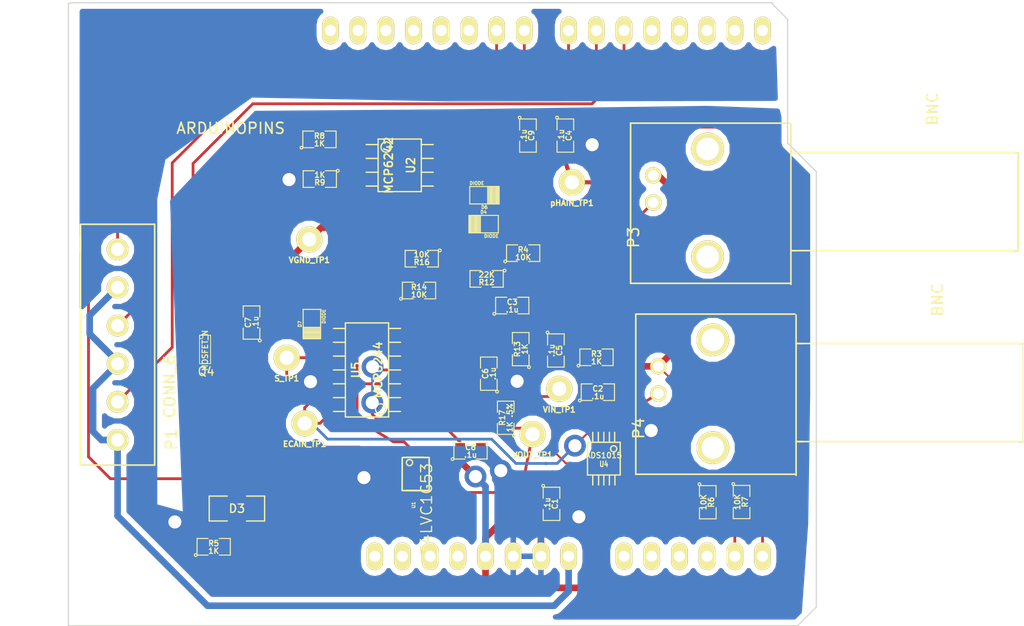
<source format=kicad_pcb>
(kicad_pcb (version 3) (host pcbnew "(2013-07-07 BZR 4022)-stable")

  (general
    (links 91)
    (no_connects 0)
    (area 18.670999 17.180999 113.092581 79.872687)
    (thickness 1.6)
    (drawings 11)
    (tracks 454)
    (zones 0)
    (modules 40)
    (nets 28)
  )

  (page A3)
  (layers
    (15 F.Cu signal)
    (0 B.Cu signal)
    (16 B.Adhes user hide)
    (17 F.Adhes user hide)
    (18 B.Paste user hide)
    (19 F.Paste user hide)
    (20 B.SilkS user)
    (21 F.SilkS user)
    (22 B.Mask user hide)
    (23 F.Mask user)
    (24 Dwgs.User user hide)
    (25 Cmts.User user hide)
    (26 Eco1.User user)
    (27 Eco2.User user hide)
    (28 Edge.Cuts user)
  )

  (setup
    (last_trace_width 0.254)
    (user_trace_width 0.1778)
    (user_trace_width 0.254)
    (user_trace_width 0.381)
    (user_trace_width 0.6096)
    (trace_clearance 0.254)
    (zone_clearance 0.508)
    (zone_45_only no)
    (trace_min 0.1524)
    (segment_width 0.2)
    (edge_width 0.1)
    (via_size 0.889)
    (via_drill 0.635)
    (via_min_size 0.889)
    (via_min_drill 0.508)
    (user_via 2 1.2)
    (uvia_size 0.508)
    (uvia_drill 0.127)
    (uvias_allowed no)
    (uvia_min_size 0.508)
    (uvia_min_drill 0.127)
    (pcb_text_width 0.3)
    (pcb_text_size 1.5 1.5)
    (mod_edge_width 0.15)
    (mod_text_size 1 1)
    (mod_text_width 0.15)
    (pad_size 0.4191 1.47066)
    (pad_drill 0)
    (pad_to_mask_clearance 0)
    (aux_axis_origin 0 0)
    (visible_elements 7FFFFF99)
    (pcbplotparams
      (layerselection 284196865)
      (usegerberextensions true)
      (excludeedgelayer true)
      (linewidth 0.150000)
      (plotframeref false)
      (viasonmask false)
      (mode 1)
      (useauxorigin false)
      (hpglpennumber 1)
      (hpglpenspeed 20)
      (hpglpendiameter 15)
      (hpglpenoverlay 2)
      (psnegative false)
      (psa4output false)
      (plotreference true)
      (plotvalue true)
      (plotothertext true)
      (plotinvisibletext false)
      (padsonsilk false)
      (subtractmaskfromsilk false)
      (outputformat 1)
      (mirror false)
      (drillshape 0)
      (scaleselection 1)
      (outputdirectory "//psf/Home/Documents/Lettuce Buddy HW/LadyBug Hydro/Laydybug Shield/Kicad/Gerbers/Proto1/"))
  )

  (net 0 "")
  (net 1 /Arduino/12V)
  (net 2 /Arduino/FET_pin)
  (net 3 /Arduino/MUX_out_pin)
  (net 4 /Arduino/Pump1_SW)
  (net 5 /Arduino/Pump2_SW)
  (net 6 /Arduino/Pump3_SW)
  (net 7 /Arduino/SCL)
  (net 8 /Arduino/SDA)
  (net 9 /DigitalAccess/EC_AIN)
  (net 10 /DigitalAccess/pH_AIN)
  (net 11 /EC/AC/EC_VIN)
  (net 12 /EC/AC/G1)
  (net 13 /EC/AC/W_Vin+)
  (net 14 /EC/AC/W_Vin-)
  (net 15 /EC/AC/W_Vout)
  (net 16 /EC/AC/f1)
  (net 17 /EC/ECGain/EC_VOUT)
  (net 18 /EC/EC_ProbeIN)
  (net 19 /EC/Rectify/RVin-)
  (net 20 /EC/Rectify/R_Vout)
  (net 21 /EC/Rectify/Signal)
  (net 22 /Power/VGND_V+)
  (net 23 /pH/pH_ProbeIN)
  (net 24 GND)
  (net 25 N-0000039)
  (net 26 VGND)
  (net 27 Vclean)

  (net_class Default "This is the default net class."
    (clearance 0.254)
    (trace_width 0.254)
    (via_dia 0.889)
    (via_drill 0.635)
    (uvia_dia 0.508)
    (uvia_drill 0.127)
    (add_net "")
    (add_net /Arduino/FET_pin)
    (add_net /Arduino/MUX_out_pin)
    (add_net /Arduino/Pump1_SW)
    (add_net /Arduino/Pump2_SW)
    (add_net /Arduino/Pump3_SW)
    (add_net /Arduino/SCL)
    (add_net /Arduino/SDA)
    (add_net /DigitalAccess/EC_AIN)
    (add_net /DigitalAccess/pH_AIN)
    (add_net /EC/AC/EC_VIN)
    (add_net /EC/AC/G1)
    (add_net /EC/AC/W_Vin+)
    (add_net /EC/AC/W_Vin-)
    (add_net /EC/AC/W_Vout)
    (add_net /EC/AC/f1)
    (add_net /EC/ECGain/EC_VOUT)
    (add_net /EC/EC_ProbeIN)
    (add_net /EC/Rectify/RVin-)
    (add_net /EC/Rectify/R_Vout)
    (add_net /EC/Rectify/Signal)
    (add_net /Power/VGND_V+)
    (add_net /pH/pH_ProbeIN)
    (add_net N-0000039)
  )

  (net_class VClean ""
    (clearance 0.254)
    (trace_width 0.6096)
    (via_dia 0.889)
    (via_drill 0.635)
    (uvia_dia 0.508)
    (uvia_drill 0.127)
    (add_net /Arduino/12V)
    (add_net GND)
    (add_net VGND)
    (add_net Vclean)
  )

  (module SOD-123 (layer F.Cu) (tedit 4C3ED0DD) (tstamp 5506C1E4)
    (at 47.525 47 270)
    (path /547DE5B0/54C7AF06/54C7CC9B)
    (fp_text reference D7 (at 0 1.09982 270) (layer F.SilkS)
      (effects (font (size 0.29972 0.29972) (thickness 0.0762)))
    )
    (fp_text value DIODE (at -0.70104 -1.09982 270) (layer F.SilkS)
      (effects (font (size 0.29972 0.29972) (thickness 0.0762)))
    )
    (fp_line (start 0.29972 -0.8001) (end 0.29972 0.8001) (layer F.SilkS) (width 0.09906))
    (fp_line (start 0.39878 -0.8001) (end 0.39878 0.8001) (layer F.SilkS) (width 0.09906))
    (fp_line (start 0.50038 0.8001) (end 0.50038 -0.8001) (layer F.SilkS) (width 0.09906))
    (fp_line (start 0.59944 -0.8001) (end 0.59944 0.8001) (layer F.SilkS) (width 0.09906))
    (fp_line (start 0.70104 0.8001) (end 0.70104 -0.8001) (layer F.SilkS) (width 0.09906))
    (fp_line (start 1.30048 -0.8001) (end 1.30048 0.7493) (layer F.SilkS) (width 0.09906))
    (fp_line (start 1.19888 0.8001) (end 1.19888 -0.8001) (layer F.SilkS) (width 0.09906))
    (fp_line (start 1.09982 0.8001) (end 1.09982 -0.8001) (layer F.SilkS) (width 0.09906))
    (fp_line (start 1.00076 -0.8001) (end 1.00076 0.8001) (layer F.SilkS) (width 0.09906))
    (fp_line (start 0.89916 0.8001) (end 0.89916 -0.8001) (layer F.SilkS) (width 0.09906))
    (fp_line (start 0.8001 -0.8001) (end 0.8001 0.8001) (layer F.SilkS) (width 0.09906))
    (fp_line (start -1.34874 -0.8001) (end 1.34874 -0.8001) (layer F.SilkS) (width 0.09906))
    (fp_line (start 1.34874 -0.8001) (end 1.34874 0.8001) (layer F.SilkS) (width 0.09906))
    (fp_line (start 1.34874 0.8001) (end -1.34874 0.8001) (layer F.SilkS) (width 0.09906))
    (fp_line (start -1.34874 0.8001) (end -1.34874 -0.8001) (layer F.SilkS) (width 0.09906))
    (pad 1 smd rect (at -1.84912 0 270) (size 1.19888 0.70104)
      (layers F.Cu F.Paste F.Mask)
      (net 20 /EC/Rectify/R_Vout)
      (clearance 0.14986)
    )
    (pad 2 smd rect (at 1.84912 0 270) (size 1.19888 0.70104)
      (layers F.Cu F.Paste F.Mask)
      (net 19 /EC/Rectify/RVin-)
      (clearance 0.14986)
    )
  )

  (module SOD-123 (layer F.Cu) (tedit 4C3ED0DD) (tstamp 5506C1F9)
    (at 63.275 37.825 180)
    (path /547DE5B0/54C79A3D/54C79AD0)
    (fp_text reference D4 (at 0 1.09982 180) (layer F.SilkS)
      (effects (font (size 0.29972 0.29972) (thickness 0.0762)))
    )
    (fp_text value DIODE (at -0.70104 -1.09982 180) (layer F.SilkS)
      (effects (font (size 0.29972 0.29972) (thickness 0.0762)))
    )
    (fp_line (start 0.29972 -0.8001) (end 0.29972 0.8001) (layer F.SilkS) (width 0.09906))
    (fp_line (start 0.39878 -0.8001) (end 0.39878 0.8001) (layer F.SilkS) (width 0.09906))
    (fp_line (start 0.50038 0.8001) (end 0.50038 -0.8001) (layer F.SilkS) (width 0.09906))
    (fp_line (start 0.59944 -0.8001) (end 0.59944 0.8001) (layer F.SilkS) (width 0.09906))
    (fp_line (start 0.70104 0.8001) (end 0.70104 -0.8001) (layer F.SilkS) (width 0.09906))
    (fp_line (start 1.30048 -0.8001) (end 1.30048 0.7493) (layer F.SilkS) (width 0.09906))
    (fp_line (start 1.19888 0.8001) (end 1.19888 -0.8001) (layer F.SilkS) (width 0.09906))
    (fp_line (start 1.09982 0.8001) (end 1.09982 -0.8001) (layer F.SilkS) (width 0.09906))
    (fp_line (start 1.00076 -0.8001) (end 1.00076 0.8001) (layer F.SilkS) (width 0.09906))
    (fp_line (start 0.89916 0.8001) (end 0.89916 -0.8001) (layer F.SilkS) (width 0.09906))
    (fp_line (start 0.8001 -0.8001) (end 0.8001 0.8001) (layer F.SilkS) (width 0.09906))
    (fp_line (start -1.34874 -0.8001) (end 1.34874 -0.8001) (layer F.SilkS) (width 0.09906))
    (fp_line (start 1.34874 -0.8001) (end 1.34874 0.8001) (layer F.SilkS) (width 0.09906))
    (fp_line (start 1.34874 0.8001) (end -1.34874 0.8001) (layer F.SilkS) (width 0.09906))
    (fp_line (start -1.34874 0.8001) (end -1.34874 -0.8001) (layer F.SilkS) (width 0.09906))
    (pad 1 smd rect (at -1.84912 0 180) (size 1.19888 0.70104)
      (layers F.Cu F.Paste F.Mask)
      (net 12 /EC/AC/G1)
      (clearance 0.14986)
    )
    (pad 2 smd rect (at 1.84912 0 180) (size 1.19888 0.70104)
      (layers F.Cu F.Paste F.Mask)
      (net 14 /EC/AC/W_Vin-)
      (clearance 0.14986)
    )
  )

  (module SOD-123 (layer F.Cu) (tedit 4C3ED0DD) (tstamp 5506C20E)
    (at 63.35 35.175)
    (path /547DE5B0/54C79A3D/54C79AD6)
    (fp_text reference D6 (at 0 1.09982) (layer F.SilkS)
      (effects (font (size 0.29972 0.29972) (thickness 0.0762)))
    )
    (fp_text value DIODE (at -0.70104 -1.09982) (layer F.SilkS)
      (effects (font (size 0.29972 0.29972) (thickness 0.0762)))
    )
    (fp_line (start 0.29972 -0.8001) (end 0.29972 0.8001) (layer F.SilkS) (width 0.09906))
    (fp_line (start 0.39878 -0.8001) (end 0.39878 0.8001) (layer F.SilkS) (width 0.09906))
    (fp_line (start 0.50038 0.8001) (end 0.50038 -0.8001) (layer F.SilkS) (width 0.09906))
    (fp_line (start 0.59944 -0.8001) (end 0.59944 0.8001) (layer F.SilkS) (width 0.09906))
    (fp_line (start 0.70104 0.8001) (end 0.70104 -0.8001) (layer F.SilkS) (width 0.09906))
    (fp_line (start 1.30048 -0.8001) (end 1.30048 0.7493) (layer F.SilkS) (width 0.09906))
    (fp_line (start 1.19888 0.8001) (end 1.19888 -0.8001) (layer F.SilkS) (width 0.09906))
    (fp_line (start 1.09982 0.8001) (end 1.09982 -0.8001) (layer F.SilkS) (width 0.09906))
    (fp_line (start 1.00076 -0.8001) (end 1.00076 0.8001) (layer F.SilkS) (width 0.09906))
    (fp_line (start 0.89916 0.8001) (end 0.89916 -0.8001) (layer F.SilkS) (width 0.09906))
    (fp_line (start 0.8001 -0.8001) (end 0.8001 0.8001) (layer F.SilkS) (width 0.09906))
    (fp_line (start -1.34874 -0.8001) (end 1.34874 -0.8001) (layer F.SilkS) (width 0.09906))
    (fp_line (start 1.34874 -0.8001) (end 1.34874 0.8001) (layer F.SilkS) (width 0.09906))
    (fp_line (start 1.34874 0.8001) (end -1.34874 0.8001) (layer F.SilkS) (width 0.09906))
    (fp_line (start -1.34874 0.8001) (end -1.34874 -0.8001) (layer F.SilkS) (width 0.09906))
    (pad 1 smd rect (at -1.84912 0) (size 1.19888 0.70104)
      (layers F.Cu F.Paste F.Mask)
      (net 14 /EC/AC/W_Vin-)
      (clearance 0.14986)
    )
    (pad 2 smd rect (at 1.84912 0) (size 1.19888 0.70104)
      (layers F.Cu F.Paste F.Mask)
      (net 12 /EC/AC/G1)
      (clearance 0.14986)
    )
  )

  (module so-8 (layer F.Cu) (tedit 48A6C16E) (tstamp 5506C227)
    (at 55.58 32.43 270)
    (descr SO-8)
    (path /547DE57A/54906D15)
    (attr smd)
    (fp_text reference U2 (at 0 -1.016 270) (layer F.SilkS)
      (effects (font (size 0.7493 0.7493) (thickness 0.14986)))
    )
    (fp_text value MCP6242 (at 0 1.016 270) (layer F.SilkS)
      (effects (font (size 0.7493 0.7493) (thickness 0.14986)))
    )
    (fp_line (start -2.413 -1.9812) (end -2.413 1.9812) (layer F.SilkS) (width 0.127))
    (fp_line (start -2.413 1.9812) (end 2.413 1.9812) (layer F.SilkS) (width 0.127))
    (fp_line (start 2.413 1.9812) (end 2.413 -1.9812) (layer F.SilkS) (width 0.127))
    (fp_line (start 2.413 -1.9812) (end -2.413 -1.9812) (layer F.SilkS) (width 0.127))
    (fp_line (start -1.905 -1.9812) (end -1.905 -3.0734) (layer F.SilkS) (width 0.127))
    (fp_line (start -0.635 -1.9812) (end -0.635 -3.0734) (layer F.SilkS) (width 0.127))
    (fp_line (start 0.635 -1.9812) (end 0.635 -3.0734) (layer F.SilkS) (width 0.127))
    (fp_line (start 1.905 -3.0734) (end 1.905 -1.9812) (layer F.SilkS) (width 0.127))
    (fp_line (start 1.905 1.9812) (end 1.905 3.0734) (layer F.SilkS) (width 0.127))
    (fp_line (start 0.635 3.0734) (end 0.635 1.9812) (layer F.SilkS) (width 0.127))
    (fp_line (start -0.635 3.0734) (end -0.635 1.9812) (layer F.SilkS) (width 0.127))
    (fp_line (start -1.905 3.0734) (end -1.905 1.9812) (layer F.SilkS) (width 0.127))
    (fp_circle (center -1.6764 1.2446) (end -1.9558 1.6256) (layer F.SilkS) (width 0.127))
    (pad 1 smd rect (at -1.905 2.794 270) (size 0.635 1.27)
      (layers F.Cu F.Paste F.Mask)
      (net 26 VGND)
    )
    (pad 2 smd rect (at -0.635 2.794 270) (size 0.635 1.27)
      (layers F.Cu F.Paste F.Mask)
      (net 26 VGND)
    )
    (pad 3 smd rect (at 0.635 2.794 270) (size 0.635 1.27)
      (layers F.Cu F.Paste F.Mask)
      (net 22 /Power/VGND_V+)
    )
    (pad 4 smd rect (at 1.905 2.794 270) (size 0.635 1.27)
      (layers F.Cu F.Paste F.Mask)
      (net 24 GND)
    )
    (pad 5 smd rect (at 1.905 -2.794 270) (size 0.635 1.27)
      (layers F.Cu F.Paste F.Mask)
      (net 23 /pH/pH_ProbeIN)
    )
    (pad 6 smd rect (at 0.635 -2.794 270) (size 0.635 1.27)
      (layers F.Cu F.Paste F.Mask)
      (net 10 /DigitalAccess/pH_AIN)
    )
    (pad 7 smd rect (at -0.635 -2.794 270) (size 0.635 1.27)
      (layers F.Cu F.Paste F.Mask)
      (net 10 /DigitalAccess/pH_AIN)
    )
    (pad 8 smd rect (at -1.905 -2.794 270) (size 0.635 1.27)
      (layers F.Cu F.Paste F.Mask)
      (net 27 Vclean)
    )
    (model smd/smd_dil/so-8.wrl
      (at (xyz 0 0 0))
      (scale (xyz 1 1 1))
      (rotate (xyz 0 0 0))
    )
  )

  (module SM1206 (layer F.Cu) (tedit 42806E24) (tstamp 5506C233)
    (at 40.65 63.93 180)
    (path /547DE6F9/540ED65C)
    (attr smd)
    (fp_text reference D3 (at 0 0 180) (layer F.SilkS)
      (effects (font (size 0.762 0.762) (thickness 0.127)))
    )
    (fp_text value LED (at 0 0 180) (layer F.SilkS) hide
      (effects (font (size 0.762 0.762) (thickness 0.127)))
    )
    (fp_line (start -2.54 -1.143) (end -2.54 1.143) (layer F.SilkS) (width 0.127))
    (fp_line (start -2.54 1.143) (end -0.889 1.143) (layer F.SilkS) (width 0.127))
    (fp_line (start 0.889 -1.143) (end 2.54 -1.143) (layer F.SilkS) (width 0.127))
    (fp_line (start 2.54 -1.143) (end 2.54 1.143) (layer F.SilkS) (width 0.127))
    (fp_line (start 2.54 1.143) (end 0.889 1.143) (layer F.SilkS) (width 0.127))
    (fp_line (start -0.889 -1.143) (end -2.54 -1.143) (layer F.SilkS) (width 0.127))
    (pad 1 smd rect (at -1.651 0 180) (size 1.524 2.032)
      (layers F.Cu F.Paste F.Mask)
      (net 27 Vclean)
    )
    (pad 2 smd rect (at 1.651 0 180) (size 1.524 2.032)
      (layers F.Cu F.Paste F.Mask)
      (net 25 N-0000039)
    )
    (model smd/chip_cms.wrl
      (at (xyz 0 0 0))
      (scale (xyz 0.17 0.16 0.16))
      (rotate (xyz 0 0 0))
    )
  )

  (module SM0805 (layer F.Cu) (tedit 5091495C) (tstamp 5506C240)
    (at 69.9 49.425 270)
    (path /547DE5B0/54C79A3D/54C79ADC)
    (attr smd)
    (fp_text reference C5 (at 0 -0.3175 270) (layer F.SilkS)
      (effects (font (size 0.50038 0.50038) (thickness 0.10922)))
    )
    (fp_text value .1u (at 0 0.381 270) (layer F.SilkS)
      (effects (font (size 0.50038 0.50038) (thickness 0.10922)))
    )
    (fp_circle (center -1.651 0.762) (end -1.651 0.635) (layer F.SilkS) (width 0.09906))
    (fp_line (start -0.508 0.762) (end -1.524 0.762) (layer F.SilkS) (width 0.09906))
    (fp_line (start -1.524 0.762) (end -1.524 -0.762) (layer F.SilkS) (width 0.09906))
    (fp_line (start -1.524 -0.762) (end -0.508 -0.762) (layer F.SilkS) (width 0.09906))
    (fp_line (start 0.508 -0.762) (end 1.524 -0.762) (layer F.SilkS) (width 0.09906))
    (fp_line (start 1.524 -0.762) (end 1.524 0.762) (layer F.SilkS) (width 0.09906))
    (fp_line (start 1.524 0.762) (end 0.508 0.762) (layer F.SilkS) (width 0.09906))
    (pad 1 smd rect (at -0.9525 0 270) (size 0.889 1.397)
      (layers F.Cu F.Paste F.Mask)
      (net 15 /EC/AC/W_Vout)
    )
    (pad 2 smd rect (at 0.9525 0 270) (size 0.889 1.397)
      (layers F.Cu F.Paste F.Mask)
      (net 16 /EC/AC/f1)
    )
    (model smd/chip_cms.wrl
      (at (xyz 0 0 0))
      (scale (xyz 0.1 0.1 0.1))
      (rotate (xyz 0 0 0))
    )
  )

  (module SM0805 (layer F.Cu) (tedit 5091495C) (tstamp 5506C24D)
    (at 73.625 50.05)
    (path /547DE5B0/54C79A3D/54C79AB8)
    (attr smd)
    (fp_text reference R3 (at 0 -0.3175) (layer F.SilkS)
      (effects (font (size 0.50038 0.50038) (thickness 0.10922)))
    )
    (fp_text value 1K (at 0 0.381) (layer F.SilkS)
      (effects (font (size 0.50038 0.50038) (thickness 0.10922)))
    )
    (fp_circle (center -1.651 0.762) (end -1.651 0.635) (layer F.SilkS) (width 0.09906))
    (fp_line (start -0.508 0.762) (end -1.524 0.762) (layer F.SilkS) (width 0.09906))
    (fp_line (start -1.524 0.762) (end -1.524 -0.762) (layer F.SilkS) (width 0.09906))
    (fp_line (start -1.524 -0.762) (end -0.508 -0.762) (layer F.SilkS) (width 0.09906))
    (fp_line (start 0.508 -0.762) (end 1.524 -0.762) (layer F.SilkS) (width 0.09906))
    (fp_line (start 1.524 -0.762) (end 1.524 0.762) (layer F.SilkS) (width 0.09906))
    (fp_line (start 1.524 0.762) (end 0.508 0.762) (layer F.SilkS) (width 0.09906))
    (pad 1 smd rect (at -0.9525 0) (size 0.889 1.397)
      (layers F.Cu F.Paste F.Mask)
      (net 13 /EC/AC/W_Vin+)
    )
    (pad 2 smd rect (at 0.9525 0) (size 0.889 1.397)
      (layers F.Cu F.Paste F.Mask)
      (net 26 VGND)
    )
    (model smd/chip_cms.wrl
      (at (xyz 0 0 0))
      (scale (xyz 0.1 0.1 0.1))
      (rotate (xyz 0 0 0))
    )
  )

  (module SM0805 (layer F.Cu) (tedit 5091495C) (tstamp 5506C25A)
    (at 66.9 40.49)
    (path /547DE5B0/54C79A3D/54C79ABE)
    (attr smd)
    (fp_text reference R4 (at 0 -0.3175) (layer F.SilkS)
      (effects (font (size 0.50038 0.50038) (thickness 0.10922)))
    )
    (fp_text value 10K (at 0 0.381) (layer F.SilkS)
      (effects (font (size 0.50038 0.50038) (thickness 0.10922)))
    )
    (fp_circle (center -1.651 0.762) (end -1.651 0.635) (layer F.SilkS) (width 0.09906))
    (fp_line (start -0.508 0.762) (end -1.524 0.762) (layer F.SilkS) (width 0.09906))
    (fp_line (start -1.524 0.762) (end -1.524 -0.762) (layer F.SilkS) (width 0.09906))
    (fp_line (start -1.524 -0.762) (end -0.508 -0.762) (layer F.SilkS) (width 0.09906))
    (fp_line (start 0.508 -0.762) (end 1.524 -0.762) (layer F.SilkS) (width 0.09906))
    (fp_line (start 1.524 -0.762) (end 1.524 0.762) (layer F.SilkS) (width 0.09906))
    (fp_line (start 1.524 0.762) (end 0.508 0.762) (layer F.SilkS) (width 0.09906))
    (pad 1 smd rect (at -0.9525 0) (size 0.889 1.397)
      (layers F.Cu F.Paste F.Mask)
      (net 14 /EC/AC/W_Vin-)
    )
    (pad 2 smd rect (at 0.9525 0) (size 0.889 1.397)
      (layers F.Cu F.Paste F.Mask)
      (net 26 VGND)
    )
    (model smd/chip_cms.wrl
      (at (xyz 0 0 0))
      (scale (xyz 0.1 0.1 0.1))
      (rotate (xyz 0 0 0))
    )
  )

  (module SM0805 (layer F.Cu) (tedit 5091495C) (tstamp 5506C267)
    (at 73.75 53.25)
    (path /547DE5B0/54C79A3D/54C79AC4)
    (attr smd)
    (fp_text reference C2 (at 0 -0.3175) (layer F.SilkS)
      (effects (font (size 0.50038 0.50038) (thickness 0.10922)))
    )
    (fp_text value .1u (at 0 0.381) (layer F.SilkS)
      (effects (font (size 0.50038 0.50038) (thickness 0.10922)))
    )
    (fp_circle (center -1.651 0.762) (end -1.651 0.635) (layer F.SilkS) (width 0.09906))
    (fp_line (start -0.508 0.762) (end -1.524 0.762) (layer F.SilkS) (width 0.09906))
    (fp_line (start -1.524 0.762) (end -1.524 -0.762) (layer F.SilkS) (width 0.09906))
    (fp_line (start -1.524 -0.762) (end -0.508 -0.762) (layer F.SilkS) (width 0.09906))
    (fp_line (start 0.508 -0.762) (end 1.524 -0.762) (layer F.SilkS) (width 0.09906))
    (fp_line (start 1.524 -0.762) (end 1.524 0.762) (layer F.SilkS) (width 0.09906))
    (fp_line (start 1.524 0.762) (end 0.508 0.762) (layer F.SilkS) (width 0.09906))
    (pad 1 smd rect (at -0.9525 0) (size 0.889 1.397)
      (layers F.Cu F.Paste F.Mask)
      (net 13 /EC/AC/W_Vin+)
    )
    (pad 2 smd rect (at 0.9525 0) (size 0.889 1.397)
      (layers F.Cu F.Paste F.Mask)
      (net 26 VGND)
    )
    (model smd/chip_cms.wrl
      (at (xyz 0 0 0))
      (scale (xyz 0.1 0.1 0.1))
      (rotate (xyz 0 0 0))
    )
  )

  (module SM0805 (layer F.Cu) (tedit 5091495C) (tstamp 5506C274)
    (at 65.9 45.3)
    (path /547DE5B0/54C79A3D/54C79ACA)
    (attr smd)
    (fp_text reference C3 (at 0 -0.3175) (layer F.SilkS)
      (effects (font (size 0.50038 0.50038) (thickness 0.10922)))
    )
    (fp_text value .1u (at 0 0.381) (layer F.SilkS)
      (effects (font (size 0.50038 0.50038) (thickness 0.10922)))
    )
    (fp_circle (center -1.651 0.762) (end -1.651 0.635) (layer F.SilkS) (width 0.09906))
    (fp_line (start -0.508 0.762) (end -1.524 0.762) (layer F.SilkS) (width 0.09906))
    (fp_line (start -1.524 0.762) (end -1.524 -0.762) (layer F.SilkS) (width 0.09906))
    (fp_line (start -1.524 -0.762) (end -0.508 -0.762) (layer F.SilkS) (width 0.09906))
    (fp_line (start 0.508 -0.762) (end 1.524 -0.762) (layer F.SilkS) (width 0.09906))
    (fp_line (start 1.524 -0.762) (end 1.524 0.762) (layer F.SilkS) (width 0.09906))
    (fp_line (start 1.524 0.762) (end 0.508 0.762) (layer F.SilkS) (width 0.09906))
    (pad 1 smd rect (at -0.9525 0) (size 0.889 1.397)
      (layers F.Cu F.Paste F.Mask)
      (net 15 /EC/AC/W_Vout)
    )
    (pad 2 smd rect (at 0.9525 0) (size 0.889 1.397)
      (layers F.Cu F.Paste F.Mask)
      (net 12 /EC/AC/G1)
    )
    (model smd/chip_cms.wrl
      (at (xyz 0 0 0))
      (scale (xyz 0.1 0.1 0.1))
      (rotate (xyz 0 0 0))
    )
  )

  (module SM0805 (layer F.Cu) (tedit 5091495C) (tstamp 5506C281)
    (at 41.99 46.86 90)
    (path /547DE5B0/54C7AF06/54C7CCA1)
    (attr smd)
    (fp_text reference C7 (at 0 -0.3175 90) (layer F.SilkS)
      (effects (font (size 0.50038 0.50038) (thickness 0.10922)))
    )
    (fp_text value .1u (at 0 0.381 90) (layer F.SilkS)
      (effects (font (size 0.50038 0.50038) (thickness 0.10922)))
    )
    (fp_circle (center -1.651 0.762) (end -1.651 0.635) (layer F.SilkS) (width 0.09906))
    (fp_line (start -0.508 0.762) (end -1.524 0.762) (layer F.SilkS) (width 0.09906))
    (fp_line (start -1.524 0.762) (end -1.524 -0.762) (layer F.SilkS) (width 0.09906))
    (fp_line (start -1.524 -0.762) (end -0.508 -0.762) (layer F.SilkS) (width 0.09906))
    (fp_line (start 0.508 -0.762) (end 1.524 -0.762) (layer F.SilkS) (width 0.09906))
    (fp_line (start 1.524 -0.762) (end 1.524 0.762) (layer F.SilkS) (width 0.09906))
    (fp_line (start 1.524 0.762) (end 0.508 0.762) (layer F.SilkS) (width 0.09906))
    (pad 1 smd rect (at -0.9525 0 90) (size 0.889 1.397)
      (layers F.Cu F.Paste F.Mask)
      (net 19 /EC/Rectify/RVin-)
    )
    (pad 2 smd rect (at 0.9525 0 90) (size 0.889 1.397)
      (layers F.Cu F.Paste F.Mask)
      (net 26 VGND)
    )
    (model smd/chip_cms.wrl
      (at (xyz 0 0 0))
      (scale (xyz 0.1 0.1 0.1))
      (rotate (xyz 0 0 0))
    )
  )

  (module SM0805 (layer F.Cu) (tedit 5091495C) (tstamp 5506C28E)
    (at 66.675 49.3 90)
    (path /547DE5B0/54C79A3D/54C79AE2)
    (attr smd)
    (fp_text reference R13 (at 0 -0.3175 90) (layer F.SilkS)
      (effects (font (size 0.50038 0.50038) (thickness 0.10922)))
    )
    (fp_text value 1K (at 0 0.381 90) (layer F.SilkS)
      (effects (font (size 0.50038 0.50038) (thickness 0.10922)))
    )
    (fp_circle (center -1.651 0.762) (end -1.651 0.635) (layer F.SilkS) (width 0.09906))
    (fp_line (start -0.508 0.762) (end -1.524 0.762) (layer F.SilkS) (width 0.09906))
    (fp_line (start -1.524 0.762) (end -1.524 -0.762) (layer F.SilkS) (width 0.09906))
    (fp_line (start -1.524 -0.762) (end -0.508 -0.762) (layer F.SilkS) (width 0.09906))
    (fp_line (start 0.508 -0.762) (end 1.524 -0.762) (layer F.SilkS) (width 0.09906))
    (fp_line (start 1.524 -0.762) (end 1.524 0.762) (layer F.SilkS) (width 0.09906))
    (fp_line (start 1.524 0.762) (end 0.508 0.762) (layer F.SilkS) (width 0.09906))
    (pad 1 smd rect (at -0.9525 0 90) (size 0.889 1.397)
      (layers F.Cu F.Paste F.Mask)
      (net 16 /EC/AC/f1)
    )
    (pad 2 smd rect (at 0.9525 0 90) (size 0.889 1.397)
      (layers F.Cu F.Paste F.Mask)
      (net 13 /EC/AC/W_Vin+)
    )
    (model smd/chip_cms.wrl
      (at (xyz 0 0 0))
      (scale (xyz 0.1 0.1 0.1))
      (rotate (xyz 0 0 0))
    )
  )

  (module SM0805 (layer F.Cu) (tedit 5091495C) (tstamp 5506C29B)
    (at 57.35 43.92)
    (path /547DE5B0/54C79A3D/54C79AE8)
    (attr smd)
    (fp_text reference R14 (at 0 -0.3175) (layer F.SilkS)
      (effects (font (size 0.50038 0.50038) (thickness 0.10922)))
    )
    (fp_text value 10K (at 0 0.381) (layer F.SilkS)
      (effects (font (size 0.50038 0.50038) (thickness 0.10922)))
    )
    (fp_circle (center -1.651 0.762) (end -1.651 0.635) (layer F.SilkS) (width 0.09906))
    (fp_line (start -0.508 0.762) (end -1.524 0.762) (layer F.SilkS) (width 0.09906))
    (fp_line (start -1.524 0.762) (end -1.524 -0.762) (layer F.SilkS) (width 0.09906))
    (fp_line (start -1.524 -0.762) (end -0.508 -0.762) (layer F.SilkS) (width 0.09906))
    (fp_line (start 0.508 -0.762) (end 1.524 -0.762) (layer F.SilkS) (width 0.09906))
    (fp_line (start 1.524 -0.762) (end 1.524 0.762) (layer F.SilkS) (width 0.09906))
    (fp_line (start 1.524 0.762) (end 0.508 0.762) (layer F.SilkS) (width 0.09906))
    (pad 1 smd rect (at -0.9525 0) (size 0.889 1.397)
      (layers F.Cu F.Paste F.Mask)
      (net 11 /EC/AC/EC_VIN)
    )
    (pad 2 smd rect (at 0.9525 0) (size 0.889 1.397)
      (layers F.Cu F.Paste F.Mask)
      (net 15 /EC/AC/W_Vout)
    )
    (model smd/chip_cms.wrl
      (at (xyz 0 0 0))
      (scale (xyz 0.1 0.1 0.1))
      (rotate (xyz 0 0 0))
    )
  )

  (module SM0805 (layer F.Cu) (tedit 5091495C) (tstamp 5506C2A8)
    (at 63.55 42.85 180)
    (path /547DE5B0/54C79A3D/54C79B28)
    (attr smd)
    (fp_text reference R12 (at 0 -0.3175 180) (layer F.SilkS)
      (effects (font (size 0.50038 0.50038) (thickness 0.10922)))
    )
    (fp_text value 22K (at 0 0.381 180) (layer F.SilkS)
      (effects (font (size 0.50038 0.50038) (thickness 0.10922)))
    )
    (fp_circle (center -1.651 0.762) (end -1.651 0.635) (layer F.SilkS) (width 0.09906))
    (fp_line (start -0.508 0.762) (end -1.524 0.762) (layer F.SilkS) (width 0.09906))
    (fp_line (start -1.524 0.762) (end -1.524 -0.762) (layer F.SilkS) (width 0.09906))
    (fp_line (start -1.524 -0.762) (end -0.508 -0.762) (layer F.SilkS) (width 0.09906))
    (fp_line (start 0.508 -0.762) (end 1.524 -0.762) (layer F.SilkS) (width 0.09906))
    (fp_line (start 1.524 -0.762) (end 1.524 0.762) (layer F.SilkS) (width 0.09906))
    (fp_line (start 1.524 0.762) (end 0.508 0.762) (layer F.SilkS) (width 0.09906))
    (pad 1 smd rect (at -0.9525 0 180) (size 0.889 1.397)
      (layers F.Cu F.Paste F.Mask)
      (net 15 /EC/AC/W_Vout)
    )
    (pad 2 smd rect (at 0.9525 0 180) (size 0.889 1.397)
      (layers F.Cu F.Paste F.Mask)
      (net 14 /EC/AC/W_Vin-)
    )
    (model smd/chip_cms.wrl
      (at (xyz 0 0 0))
      (scale (xyz 0.1 0.1 0.1))
      (rotate (xyz 0 0 0))
    )
  )

  (module SM0805 (layer F.Cu) (tedit 5091495C) (tstamp 5506C2B5)
    (at 57.6 41 180)
    (path /547DE5B0/54C79A3D/54C79B2E)
    (attr smd)
    (fp_text reference R16 (at 0 -0.3175 180) (layer F.SilkS)
      (effects (font (size 0.50038 0.50038) (thickness 0.10922)))
    )
    (fp_text value 10K (at 0 0.381 180) (layer F.SilkS)
      (effects (font (size 0.50038 0.50038) (thickness 0.10922)))
    )
    (fp_circle (center -1.651 0.762) (end -1.651 0.635) (layer F.SilkS) (width 0.09906))
    (fp_line (start -0.508 0.762) (end -1.524 0.762) (layer F.SilkS) (width 0.09906))
    (fp_line (start -1.524 0.762) (end -1.524 -0.762) (layer F.SilkS) (width 0.09906))
    (fp_line (start -1.524 -0.762) (end -0.508 -0.762) (layer F.SilkS) (width 0.09906))
    (fp_line (start 0.508 -0.762) (end 1.524 -0.762) (layer F.SilkS) (width 0.09906))
    (fp_line (start 1.524 -0.762) (end 1.524 0.762) (layer F.SilkS) (width 0.09906))
    (fp_line (start 1.524 0.762) (end 0.508 0.762) (layer F.SilkS) (width 0.09906))
    (pad 1 smd rect (at -0.9525 0 180) (size 0.889 1.397)
      (layers F.Cu F.Paste F.Mask)
      (net 26 VGND)
    )
    (pad 2 smd rect (at 0.9525 0 180) (size 0.889 1.397)
      (layers F.Cu F.Paste F.Mask)
      (net 11 /EC/AC/EC_VIN)
    )
    (model smd/chip_cms.wrl
      (at (xyz 0 0 0))
      (scale (xyz 0.1 0.1 0.1))
      (rotate (xyz 0 0 0))
    )
  )

  (module SM0805 (layer F.Cu) (tedit 5091495C) (tstamp 5506C2C2)
    (at 65.3 55.6 90)
    (path /547DE5B0/54C7A446/54C7A5A6)
    (attr smd)
    (fp_text reference R17 (at 0 -0.3175 90) (layer F.SilkS)
      (effects (font (size 0.50038 0.50038) (thickness 0.10922)))
    )
    (fp_text value "1K .5%" (at 0 0.381 90) (layer F.SilkS)
      (effects (font (size 0.50038 0.50038) (thickness 0.10922)))
    )
    (fp_circle (center -1.651 0.762) (end -1.651 0.635) (layer F.SilkS) (width 0.09906))
    (fp_line (start -0.508 0.762) (end -1.524 0.762) (layer F.SilkS) (width 0.09906))
    (fp_line (start -1.524 0.762) (end -1.524 -0.762) (layer F.SilkS) (width 0.09906))
    (fp_line (start -1.524 -0.762) (end -0.508 -0.762) (layer F.SilkS) (width 0.09906))
    (fp_line (start 0.508 -0.762) (end 1.524 -0.762) (layer F.SilkS) (width 0.09906))
    (fp_line (start 1.524 -0.762) (end 1.524 0.762) (layer F.SilkS) (width 0.09906))
    (fp_line (start 1.524 0.762) (end 0.508 0.762) (layer F.SilkS) (width 0.09906))
    (pad 1 smd rect (at -0.9525 0 90) (size 0.889 1.397)
      (layers F.Cu F.Paste F.Mask)
      (net 17 /EC/ECGain/EC_VOUT)
    )
    (pad 2 smd rect (at 0.9525 0 90) (size 0.889 1.397)
      (layers F.Cu F.Paste F.Mask)
      (net 18 /EC/EC_ProbeIN)
    )
    (model smd/chip_cms.wrl
      (at (xyz 0 0 0))
      (scale (xyz 0.1 0.1 0.1))
      (rotate (xyz 0 0 0))
    )
  )

  (module SM0805 (layer F.Cu) (tedit 5091495C) (tstamp 5506C2CF)
    (at 63.75 51.55 90)
    (path /547DE5B0/54C7A446/54C7A5AC)
    (attr smd)
    (fp_text reference C6 (at 0 -0.3175 90) (layer F.SilkS)
      (effects (font (size 0.50038 0.50038) (thickness 0.10922)))
    )
    (fp_text value .1u (at 0 0.381 90) (layer F.SilkS)
      (effects (font (size 0.50038 0.50038) (thickness 0.10922)))
    )
    (fp_circle (center -1.651 0.762) (end -1.651 0.635) (layer F.SilkS) (width 0.09906))
    (fp_line (start -0.508 0.762) (end -1.524 0.762) (layer F.SilkS) (width 0.09906))
    (fp_line (start -1.524 0.762) (end -1.524 -0.762) (layer F.SilkS) (width 0.09906))
    (fp_line (start -1.524 -0.762) (end -0.508 -0.762) (layer F.SilkS) (width 0.09906))
    (fp_line (start 0.508 -0.762) (end 1.524 -0.762) (layer F.SilkS) (width 0.09906))
    (fp_line (start 1.524 -0.762) (end 1.524 0.762) (layer F.SilkS) (width 0.09906))
    (fp_line (start 1.524 0.762) (end 0.508 0.762) (layer F.SilkS) (width 0.09906))
    (pad 1 smd rect (at -0.9525 0 90) (size 0.889 1.397)
      (layers F.Cu F.Paste F.Mask)
      (net 27 Vclean)
    )
    (pad 2 smd rect (at 0.9525 0 90) (size 0.889 1.397)
      (layers F.Cu F.Paste F.Mask)
      (net 24 GND)
    )
    (model smd/chip_cms.wrl
      (at (xyz 0 0 0))
      (scale (xyz 0.1 0.1 0.1))
      (rotate (xyz 0 0 0))
    )
  )

  (module SM0805 (layer F.Cu) (tedit 5091495C) (tstamp 55072EB8)
    (at 62.075 58.625)
    (path /547DE5B0/54D91F94)
    (attr smd)
    (fp_text reference C8 (at 0 -0.3175) (layer F.SilkS)
      (effects (font (size 0.50038 0.50038) (thickness 0.10922)))
    )
    (fp_text value .1u (at 0 0.381) (layer F.SilkS)
      (effects (font (size 0.50038 0.50038) (thickness 0.10922)))
    )
    (fp_circle (center -1.651 0.762) (end -1.651 0.635) (layer F.SilkS) (width 0.09906))
    (fp_line (start -0.508 0.762) (end -1.524 0.762) (layer F.SilkS) (width 0.09906))
    (fp_line (start -1.524 0.762) (end -1.524 -0.762) (layer F.SilkS) (width 0.09906))
    (fp_line (start -1.524 -0.762) (end -0.508 -0.762) (layer F.SilkS) (width 0.09906))
    (fp_line (start 0.508 -0.762) (end 1.524 -0.762) (layer F.SilkS) (width 0.09906))
    (fp_line (start 1.524 -0.762) (end 1.524 0.762) (layer F.SilkS) (width 0.09906))
    (fp_line (start 1.524 0.762) (end 0.508 0.762) (layer F.SilkS) (width 0.09906))
    (pad 1 smd rect (at -0.9525 0) (size 0.889 1.397)
      (layers F.Cu F.Paste F.Mask)
      (net 27 Vclean)
    )
    (pad 2 smd rect (at 0.9525 0) (size 0.889 1.397)
      (layers F.Cu F.Paste F.Mask)
      (net 24 GND)
    )
    (model smd/chip_cms.wrl
      (at (xyz 0 0 0))
      (scale (xyz 0.1 0.1 0.1))
      (rotate (xyz 0 0 0))
    )
  )

  (module SM0805 (layer F.Cu) (tedit 5091495C) (tstamp 5506C2E9)
    (at 69.5 63.5 270)
    (path /547DE4F5/546637F5)
    (attr smd)
    (fp_text reference C1 (at 0 -0.3175 270) (layer F.SilkS)
      (effects (font (size 0.50038 0.50038) (thickness 0.10922)))
    )
    (fp_text value .1u (at 0 0.381 270) (layer F.SilkS)
      (effects (font (size 0.50038 0.50038) (thickness 0.10922)))
    )
    (fp_circle (center -1.651 0.762) (end -1.651 0.635) (layer F.SilkS) (width 0.09906))
    (fp_line (start -0.508 0.762) (end -1.524 0.762) (layer F.SilkS) (width 0.09906))
    (fp_line (start -1.524 0.762) (end -1.524 -0.762) (layer F.SilkS) (width 0.09906))
    (fp_line (start -1.524 -0.762) (end -0.508 -0.762) (layer F.SilkS) (width 0.09906))
    (fp_line (start 0.508 -0.762) (end 1.524 -0.762) (layer F.SilkS) (width 0.09906))
    (fp_line (start 1.524 -0.762) (end 1.524 0.762) (layer F.SilkS) (width 0.09906))
    (fp_line (start 1.524 0.762) (end 0.508 0.762) (layer F.SilkS) (width 0.09906))
    (pad 1 smd rect (at -0.9525 0 270) (size 0.889 1.397)
      (layers F.Cu F.Paste F.Mask)
      (net 27 Vclean)
    )
    (pad 2 smd rect (at 0.9525 0 270) (size 0.889 1.397)
      (layers F.Cu F.Paste F.Mask)
      (net 24 GND)
    )
    (model smd/chip_cms.wrl
      (at (xyz 0 0 0))
      (scale (xyz 0.1 0.1 0.1))
      (rotate (xyz 0 0 0))
    )
  )

  (module SM0805 (layer F.Cu) (tedit 5091495C) (tstamp 5506C2F6)
    (at 86.93 63.33 270)
    (path /547DE4F5/5463DA60)
    (attr smd)
    (fp_text reference R7 (at 0 -0.3175 270) (layer F.SilkS)
      (effects (font (size 0.50038 0.50038) (thickness 0.10922)))
    )
    (fp_text value 10K (at 0 0.381 270) (layer F.SilkS)
      (effects (font (size 0.50038 0.50038) (thickness 0.10922)))
    )
    (fp_circle (center -1.651 0.762) (end -1.651 0.635) (layer F.SilkS) (width 0.09906))
    (fp_line (start -0.508 0.762) (end -1.524 0.762) (layer F.SilkS) (width 0.09906))
    (fp_line (start -1.524 0.762) (end -1.524 -0.762) (layer F.SilkS) (width 0.09906))
    (fp_line (start -1.524 -0.762) (end -0.508 -0.762) (layer F.SilkS) (width 0.09906))
    (fp_line (start 0.508 -0.762) (end 1.524 -0.762) (layer F.SilkS) (width 0.09906))
    (fp_line (start 1.524 -0.762) (end 1.524 0.762) (layer F.SilkS) (width 0.09906))
    (fp_line (start 1.524 0.762) (end 0.508 0.762) (layer F.SilkS) (width 0.09906))
    (pad 1 smd rect (at -0.9525 0 270) (size 0.889 1.397)
      (layers F.Cu F.Paste F.Mask)
      (net 27 Vclean)
    )
    (pad 2 smd rect (at 0.9525 0 270) (size 0.889 1.397)
      (layers F.Cu F.Paste F.Mask)
      (net 7 /Arduino/SCL)
    )
    (model smd/chip_cms.wrl
      (at (xyz 0 0 0))
      (scale (xyz 0.1 0.1 0.1))
      (rotate (xyz 0 0 0))
    )
  )

  (module SM0805 (layer F.Cu) (tedit 5091495C) (tstamp 5506C303)
    (at 83.83 63.35 270)
    (path /547DE4F5/5463DA53)
    (attr smd)
    (fp_text reference R6 (at 0 -0.3175 270) (layer F.SilkS)
      (effects (font (size 0.50038 0.50038) (thickness 0.10922)))
    )
    (fp_text value 10K (at 0 0.381 270) (layer F.SilkS)
      (effects (font (size 0.50038 0.50038) (thickness 0.10922)))
    )
    (fp_circle (center -1.651 0.762) (end -1.651 0.635) (layer F.SilkS) (width 0.09906))
    (fp_line (start -0.508 0.762) (end -1.524 0.762) (layer F.SilkS) (width 0.09906))
    (fp_line (start -1.524 0.762) (end -1.524 -0.762) (layer F.SilkS) (width 0.09906))
    (fp_line (start -1.524 -0.762) (end -0.508 -0.762) (layer F.SilkS) (width 0.09906))
    (fp_line (start 0.508 -0.762) (end 1.524 -0.762) (layer F.SilkS) (width 0.09906))
    (fp_line (start 1.524 -0.762) (end 1.524 0.762) (layer F.SilkS) (width 0.09906))
    (fp_line (start 1.524 0.762) (end 0.508 0.762) (layer F.SilkS) (width 0.09906))
    (pad 1 smd rect (at -0.9525 0 270) (size 0.889 1.397)
      (layers F.Cu F.Paste F.Mask)
      (net 27 Vclean)
    )
    (pad 2 smd rect (at 0.9525 0 270) (size 0.889 1.397)
      (layers F.Cu F.Paste F.Mask)
      (net 8 /Arduino/SDA)
    )
    (model smd/chip_cms.wrl
      (at (xyz 0 0 0))
      (scale (xyz 0.1 0.1 0.1))
      (rotate (xyz 0 0 0))
    )
  )

  (module SM0805 (layer F.Cu) (tedit 5091495C) (tstamp 5506C310)
    (at 38.52 67.44)
    (path /547DE6F9/540EDC27)
    (attr smd)
    (fp_text reference R5 (at 0 -0.3175) (layer F.SilkS)
      (effects (font (size 0.50038 0.50038) (thickness 0.10922)))
    )
    (fp_text value 1K (at 0 0.381) (layer F.SilkS)
      (effects (font (size 0.50038 0.50038) (thickness 0.10922)))
    )
    (fp_circle (center -1.651 0.762) (end -1.651 0.635) (layer F.SilkS) (width 0.09906))
    (fp_line (start -0.508 0.762) (end -1.524 0.762) (layer F.SilkS) (width 0.09906))
    (fp_line (start -1.524 0.762) (end -1.524 -0.762) (layer F.SilkS) (width 0.09906))
    (fp_line (start -1.524 -0.762) (end -0.508 -0.762) (layer F.SilkS) (width 0.09906))
    (fp_line (start 0.508 -0.762) (end 1.524 -0.762) (layer F.SilkS) (width 0.09906))
    (fp_line (start 1.524 -0.762) (end 1.524 0.762) (layer F.SilkS) (width 0.09906))
    (fp_line (start 1.524 0.762) (end 0.508 0.762) (layer F.SilkS) (width 0.09906))
    (pad 1 smd rect (at -0.9525 0) (size 0.889 1.397)
      (layers F.Cu F.Paste F.Mask)
      (net 24 GND)
    )
    (pad 2 smd rect (at 0.9525 0) (size 0.889 1.397)
      (layers F.Cu F.Paste F.Mask)
      (net 25 N-0000039)
    )
    (model smd/chip_cms.wrl
      (at (xyz 0 0 0))
      (scale (xyz 0.1 0.1 0.1))
      (rotate (xyz 0 0 0))
    )
  )

  (module SM0805 (layer F.Cu) (tedit 5091495C) (tstamp 5506C31D)
    (at 48.22 30.05)
    (path /547DE6F9/547DEB21)
    (attr smd)
    (fp_text reference R8 (at 0 -0.3175) (layer F.SilkS)
      (effects (font (size 0.50038 0.50038) (thickness 0.10922)))
    )
    (fp_text value 1K (at 0 0.381) (layer F.SilkS)
      (effects (font (size 0.50038 0.50038) (thickness 0.10922)))
    )
    (fp_circle (center -1.651 0.762) (end -1.651 0.635) (layer F.SilkS) (width 0.09906))
    (fp_line (start -0.508 0.762) (end -1.524 0.762) (layer F.SilkS) (width 0.09906))
    (fp_line (start -1.524 0.762) (end -1.524 -0.762) (layer F.SilkS) (width 0.09906))
    (fp_line (start -1.524 -0.762) (end -0.508 -0.762) (layer F.SilkS) (width 0.09906))
    (fp_line (start 0.508 -0.762) (end 1.524 -0.762) (layer F.SilkS) (width 0.09906))
    (fp_line (start 1.524 -0.762) (end 1.524 0.762) (layer F.SilkS) (width 0.09906))
    (fp_line (start 1.524 0.762) (end 0.508 0.762) (layer F.SilkS) (width 0.09906))
    (pad 1 smd rect (at -0.9525 0) (size 0.889 1.397)
      (layers F.Cu F.Paste F.Mask)
      (net 27 Vclean)
    )
    (pad 2 smd rect (at 0.9525 0) (size 0.889 1.397)
      (layers F.Cu F.Paste F.Mask)
      (net 22 /Power/VGND_V+)
    )
    (model smd/chip_cms.wrl
      (at (xyz 0 0 0))
      (scale (xyz 0.1 0.1 0.1))
      (rotate (xyz 0 0 0))
    )
  )

  (module SM0805 (layer F.Cu) (tedit 5091495C) (tstamp 5506C32A)
    (at 48.25 33.69 180)
    (path /547DE6F9/547DEB27)
    (attr smd)
    (fp_text reference R9 (at 0 -0.3175 180) (layer F.SilkS)
      (effects (font (size 0.50038 0.50038) (thickness 0.10922)))
    )
    (fp_text value 1K (at 0 0.381 180) (layer F.SilkS)
      (effects (font (size 0.50038 0.50038) (thickness 0.10922)))
    )
    (fp_circle (center -1.651 0.762) (end -1.651 0.635) (layer F.SilkS) (width 0.09906))
    (fp_line (start -0.508 0.762) (end -1.524 0.762) (layer F.SilkS) (width 0.09906))
    (fp_line (start -1.524 0.762) (end -1.524 -0.762) (layer F.SilkS) (width 0.09906))
    (fp_line (start -1.524 -0.762) (end -0.508 -0.762) (layer F.SilkS) (width 0.09906))
    (fp_line (start 0.508 -0.762) (end 1.524 -0.762) (layer F.SilkS) (width 0.09906))
    (fp_line (start 1.524 -0.762) (end 1.524 0.762) (layer F.SilkS) (width 0.09906))
    (fp_line (start 1.524 0.762) (end 0.508 0.762) (layer F.SilkS) (width 0.09906))
    (pad 1 smd rect (at -0.9525 0 180) (size 0.889 1.397)
      (layers F.Cu F.Paste F.Mask)
      (net 22 /Power/VGND_V+)
    )
    (pad 2 smd rect (at 0.9525 0 180) (size 0.889 1.397)
      (layers F.Cu F.Paste F.Mask)
      (net 24 GND)
    )
    (model smd/chip_cms.wrl
      (at (xyz 0 0 0))
      (scale (xyz 0.1 0.1 0.1))
      (rotate (xyz 0 0 0))
    )
  )

  (module SM0805 (layer F.Cu) (tedit 5091495C) (tstamp 5506C337)
    (at 70.77 29.7 270)
    (path /547DE6F9/547DEB65)
    (attr smd)
    (fp_text reference C4 (at 0 -0.3175 270) (layer F.SilkS)
      (effects (font (size 0.50038 0.50038) (thickness 0.10922)))
    )
    (fp_text value .1u (at 0 0.381 270) (layer F.SilkS)
      (effects (font (size 0.50038 0.50038) (thickness 0.10922)))
    )
    (fp_circle (center -1.651 0.762) (end -1.651 0.635) (layer F.SilkS) (width 0.09906))
    (fp_line (start -0.508 0.762) (end -1.524 0.762) (layer F.SilkS) (width 0.09906))
    (fp_line (start -1.524 0.762) (end -1.524 -0.762) (layer F.SilkS) (width 0.09906))
    (fp_line (start -1.524 -0.762) (end -0.508 -0.762) (layer F.SilkS) (width 0.09906))
    (fp_line (start 0.508 -0.762) (end 1.524 -0.762) (layer F.SilkS) (width 0.09906))
    (fp_line (start 1.524 -0.762) (end 1.524 0.762) (layer F.SilkS) (width 0.09906))
    (fp_line (start 1.524 0.762) (end 0.508 0.762) (layer F.SilkS) (width 0.09906))
    (pad 1 smd rect (at -0.9525 0 270) (size 0.889 1.397)
      (layers F.Cu F.Paste F.Mask)
      (net 27 Vclean)
    )
    (pad 2 smd rect (at 0.9525 0 270) (size 0.889 1.397)
      (layers F.Cu F.Paste F.Mask)
      (net 24 GND)
    )
    (model smd/chip_cms.wrl
      (at (xyz 0 0 0))
      (scale (xyz 0.1 0.1 0.1))
      (rotate (xyz 0 0 0))
    )
  )

  (module SM0805 (layer F.Cu) (tedit 5091495C) (tstamp 5506C344)
    (at 67.34 29.7 270)
    (path /547DE6F9/5490B18A)
    (attr smd)
    (fp_text reference C9 (at 0 -0.3175 270) (layer F.SilkS)
      (effects (font (size 0.50038 0.50038) (thickness 0.10922)))
    )
    (fp_text value .1u (at 0 0.381 270) (layer F.SilkS)
      (effects (font (size 0.50038 0.50038) (thickness 0.10922)))
    )
    (fp_circle (center -1.651 0.762) (end -1.651 0.635) (layer F.SilkS) (width 0.09906))
    (fp_line (start -0.508 0.762) (end -1.524 0.762) (layer F.SilkS) (width 0.09906))
    (fp_line (start -1.524 0.762) (end -1.524 -0.762) (layer F.SilkS) (width 0.09906))
    (fp_line (start -1.524 -0.762) (end -0.508 -0.762) (layer F.SilkS) (width 0.09906))
    (fp_line (start 0.508 -0.762) (end 1.524 -0.762) (layer F.SilkS) (width 0.09906))
    (fp_line (start 1.524 -0.762) (end 1.524 0.762) (layer F.SilkS) (width 0.09906))
    (fp_line (start 1.524 0.762) (end 0.508 0.762) (layer F.SilkS) (width 0.09906))
    (pad 1 smd rect (at -0.9525 0 270) (size 0.889 1.397)
      (layers F.Cu F.Paste F.Mask)
      (net 27 Vclean)
    )
    (pad 2 smd rect (at 0.9525 0 270) (size 0.889 1.397)
      (layers F.Cu F.Paste F.Mask)
      (net 24 GND)
    )
    (model smd/chip_cms.wrl
      (at (xyz 0 0 0))
      (scale (xyz 0.1 0.1 0.1))
      (rotate (xyz 0 0 0))
    )
  )

  (module msoic-10 (layer F.Cu) (tedit 50BDF8EE) (tstamp 5506C361)
    (at 74.3 59.35 180)
    (descr MSOIC-10)
    (path /547DE4F5/54804BC7)
    (attr smd)
    (fp_text reference U4 (at 0 -0.50038 180) (layer F.SilkS)
      (effects (font (size 0.50038 0.39878) (thickness 0.09906)))
    )
    (fp_text value ADS1015 (at 0 0.29972 180) (layer F.SilkS)
      (effects (font (size 0.50038 0.50038) (thickness 0.09906)))
    )
    (fp_line (start -1.016 -2.413) (end -1.016 -1.524) (layer F.SilkS) (width 0.127))
    (fp_line (start -0.508 -2.413) (end -0.508 -1.524) (layer F.SilkS) (width 0.127))
    (fp_line (start 0 -2.413) (end 0 -1.524) (layer F.SilkS) (width 0.127))
    (fp_line (start 0.4826 -2.413) (end 0.4826 -1.524) (layer F.SilkS) (width 0.127))
    (fp_line (start 1.016 -2.413) (end 1.016 -1.524) (layer F.SilkS) (width 0.127))
    (fp_line (start 1.016 2.413) (end 1.016 1.524) (layer F.SilkS) (width 0.127))
    (fp_line (start 0.508 2.413) (end 0.508 1.524) (layer F.SilkS) (width 0.127))
    (fp_line (start 0 2.413) (end 0 1.524) (layer F.SilkS) (width 0.127))
    (fp_line (start -0.508 2.413) (end -0.508 1.524) (layer F.SilkS) (width 0.127))
    (fp_line (start -0.9906 2.413) (end -0.9906 1.524) (layer F.SilkS) (width 0.127))
    (fp_circle (center -0.89916 0.9017) (end -1.09982 1.09982) (layer F.SilkS) (width 0.127))
    (fp_line (start 1.50114 -1.50114) (end -1.50114 -1.50114) (layer F.SilkS) (width 0.127))
    (fp_line (start -1.50114 -1.50114) (end -1.50114 1.50114) (layer F.SilkS) (width 0.127))
    (fp_line (start -1.50114 1.50114) (end 1.50114 1.50114) (layer F.SilkS) (width 0.127))
    (fp_line (start 1.50114 1.50114) (end 1.50114 -1.50114) (layer F.SilkS) (width 0.127))
    (pad 1 smd rect (at -1.00076 2.30124 180) (size 0.29972 1.02108)
      (layers F.Cu F.Paste F.Mask)
      (net 24 GND)
    )
    (pad 2 smd rect (at -0.50038 2.30124 180) (size 0.29972 1.02108)
      (layers F.Cu F.Paste F.Mask)
    )
    (pad 3 smd rect (at 0 2.30124 180) (size 0.29972 1.02108)
      (layers F.Cu F.Paste F.Mask)
      (net 24 GND)
    )
    (pad 4 smd rect (at 0.50038 2.30124 180) (size 0.29972 1.02108)
      (layers F.Cu F.Paste F.Mask)
      (net 10 /DigitalAccess/pH_AIN)
    )
    (pad 5 smd rect (at 1.00076 2.30124 180) (size 0.29972 1.02108)
      (layers F.Cu F.Paste F.Mask)
      (net 9 /DigitalAccess/EC_AIN)
    )
    (pad 6 smd rect (at 1.00076 -2.30124 180) (size 0.29972 1.02108)
      (layers F.Cu F.Paste F.Mask)
    )
    (pad 7 smd rect (at 0.50038 -2.30124 180) (size 0.29972 1.02108)
      (layers F.Cu F.Paste F.Mask)
      (net 26 VGND)
    )
    (pad 8 smd rect (at 0 -2.30124 180) (size 0.29972 1.02108)
      (layers F.Cu F.Paste F.Mask)
      (net 27 Vclean)
    )
    (pad 9 smd rect (at -0.50038 -2.30124 180) (size 0.29972 1.02108)
      (layers F.Cu F.Paste F.Mask)
      (net 8 /Arduino/SDA)
    )
    (pad 10 smd rect (at -1.00076 -2.30124 180) (size 0.29972 1.02108)
      (layers F.Cu F.Paste F.Mask)
      (net 7 /Arduino/SCL)
    )
    (model smd/smd_dil/msoic-10.wrl
      (at (xyz 0 0 0))
      (scale (xyz 1 1 1))
      (rotate (xyz 0 0 0))
    )
  )

  (module LB_MOSFET (layer F.Cu) (tedit 54D74EFF) (tstamp 5506C383)
    (at 37.73 49.36 270)
    (tags SOT23)
    (path /547DE5B0/54C7AF06/54C8E8C1)
    (fp_text reference Q4 (at 1.99898 -0.09906 360) (layer F.SilkS)
      (effects (font (size 0.762 0.762) (thickness 0.11938)))
    )
    (fp_text value MOSFET_N (at 0.0635 0 270) (layer F.SilkS)
      (effects (font (size 0.50038 0.50038) (thickness 0.09906)))
    )
    (fp_circle (center -1.17602 0.35052) (end -1.30048 0.44958) (layer F.SilkS) (width 0.07874))
    (fp_line (start 1.27 -0.508) (end 1.27 0.508) (layer F.SilkS) (width 0.07874))
    (fp_line (start -1.3335 -0.508) (end -1.3335 0.508) (layer F.SilkS) (width 0.07874))
    (fp_line (start 1.27 0.508) (end -1.3335 0.508) (layer F.SilkS) (width 0.07874))
    (fp_line (start -1.3335 -0.508) (end 1.27 -0.508) (layer F.SilkS) (width 0.07874))
    (pad D smd rect (at 0 -1.09982 270) (size 0.8001 1.00076)
      (layers F.Cu F.Paste F.Mask)
      (net 19 /EC/Rectify/RVin-)
    )
    (pad S smd rect (at 0.9525 1.09982 270) (size 0.8001 1.00076)
      (layers F.Cu F.Paste F.Mask)
      (net 26 VGND)
    )
    (pad G smd rect (at -0.9525 1.09982 270) (size 0.8001 1.00076)
      (layers F.Cu F.Paste F.Mask)
      (net 2 /Arduino/FET_pin)
    )
    (model smd\SOT23_3.wrl
      (at (xyz 0 0 0))
      (scale (xyz 0.4 0.4 0.4))
      (rotate (xyz 0 0 180))
    )
  )

  (module LB_MCP6244 (layer F.Cu) (tedit 54905F08) (tstamp 5506C3A8)
    (at 52.58 51.21 90)
    (descr SO-14)
    (path /547DE5B0/54C79A3D/54C79AFF)
    (attr smd)
    (fp_text reference U5 (at 0 -1.016 90) (layer F.SilkS)
      (effects (font (size 0.7493 0.7493) (thickness 0.14986)))
    )
    (fp_text value MCP6244 (at 0 1.016 90) (layer F.SilkS)
      (effects (font (size 0.7493 0.7493) (thickness 0.14986)))
    )
    (fp_line (start -4.318 -1.9812) (end -4.318 1.9812) (layer F.SilkS) (width 0.127))
    (fp_line (start -4.318 1.9812) (end 4.318 1.9812) (layer F.SilkS) (width 0.127))
    (fp_line (start 4.318 1.9812) (end 4.318 -1.9812) (layer F.SilkS) (width 0.127))
    (fp_line (start 4.318 -1.9812) (end -4.318 -1.9812) (layer F.SilkS) (width 0.127))
    (fp_line (start -2.54 -1.9812) (end -2.54 -3.0734) (layer F.SilkS) (width 0.127))
    (fp_line (start -1.27 -1.9812) (end -1.27 -3.0734) (layer F.SilkS) (width 0.127))
    (fp_line (start 0 -1.9812) (end 0 -3.0734) (layer F.SilkS) (width 0.127))
    (fp_line (start -3.81 -1.9812) (end -3.81 -3.0734) (layer F.SilkS) (width 0.127))
    (fp_line (start 1.27 -3.0734) (end 1.27 -1.9812) (layer F.SilkS) (width 0.127))
    (fp_line (start 2.54 -3.0734) (end 2.54 -1.9812) (layer F.SilkS) (width 0.127))
    (fp_line (start 3.81 -3.0734) (end 3.81 -1.9812) (layer F.SilkS) (width 0.127))
    (fp_line (start 3.81 1.9812) (end 3.81 3.0734) (layer F.SilkS) (width 0.127))
    (fp_line (start 2.54 1.9812) (end 2.54 3.0734) (layer F.SilkS) (width 0.127))
    (fp_line (start -3.81 1.9812) (end -3.81 3.0734) (layer F.SilkS) (width 0.127))
    (fp_line (start -2.54 3.0734) (end -2.54 1.9812) (layer F.SilkS) (width 0.127))
    (fp_line (start 1.27 3.0734) (end 1.27 1.9812) (layer F.SilkS) (width 0.127))
    (fp_line (start 0 3.0734) (end 0 1.9812) (layer F.SilkS) (width 0.127))
    (fp_line (start -1.27 3.0734) (end -1.27 1.9812) (layer F.SilkS) (width 0.127))
    (fp_circle (center -3.5814 1.2446) (end -3.8608 1.6256) (layer F.SilkS) (width 0.127))
    (pad 1 smd rect (at -3.81 2.794 90) (size 0.635 1.27)
      (layers F.Cu F.Paste F.Mask)
      (net 17 /EC/ECGain/EC_VOUT)
    )
    (pad 2 smd rect (at -2.54 2.794 90) (size 0.635 1.27)
      (layers F.Cu F.Paste F.Mask)
      (net 18 /EC/EC_ProbeIN)
    )
    (pad 3 smd rect (at -1.27 2.794 90) (size 0.635 1.27)
      (layers F.Cu F.Paste F.Mask)
      (net 11 /EC/AC/EC_VIN)
    )
    (pad 4 smd rect (at 0 2.794 90) (size 0.635 1.27)
      (layers F.Cu F.Paste F.Mask)
      (net 27 Vclean)
    )
    (pad 5 smd rect (at 1.27 2.794 90) (size 0.635 1.27)
      (layers F.Cu F.Paste F.Mask)
      (net 13 /EC/AC/W_Vin+)
    )
    (pad 6 smd rect (at 2.54 2.794 90) (size 0.635 1.27)
      (layers F.Cu F.Paste F.Mask)
      (net 14 /EC/AC/W_Vin-)
    )
    (pad 7 smd rect (at 3.81 2.794 90) (size 0.635 1.27)
      (layers F.Cu F.Paste F.Mask)
      (net 15 /EC/AC/W_Vout)
    )
    (pad 8 smd rect (at 3.81 -2.794 90) (size 0.635 1.27)
      (layers F.Cu F.Paste F.Mask)
      (net 20 /EC/Rectify/R_Vout)
    )
    (pad 9 smd rect (at 2.54 -2.794 90) (size 0.635 1.27)
      (layers F.Cu F.Paste F.Mask)
      (net 19 /EC/Rectify/RVin-)
    )
    (pad 10 smd rect (at 1.27 -2.794 90) (size 0.635 1.27)
      (layers F.Cu F.Paste F.Mask)
      (net 21 /EC/Rectify/Signal)
    )
    (pad 11 smd rect (at 0 -2.794 90) (size 0.635 1.27)
      (layers F.Cu F.Paste F.Mask)
      (net 24 GND)
    )
    (pad 12 smd rect (at -1.27 -2.794 90) (size 0.635 1.27)
      (layers F.Cu F.Paste F.Mask)
      (net 19 /EC/Rectify/RVin-)
    )
    (pad 13 smd rect (at -2.54 -2.794 90) (size 0.635 1.27)
      (layers F.Cu F.Paste F.Mask)
      (net 9 /DigitalAccess/EC_AIN)
    )
    (pad 14 smd rect (at -3.81 -2.794 90) (size 0.635 1.27)
      (layers F.Cu F.Paste F.Mask)
      (net 9 /DigitalAccess/EC_AIN)
    )
    (model smd/smd_dil/so-14.wrl
      (at (xyz 0 0 0))
      (scale (xyz 1 1 1))
      (rotate (xyz 0 0 0))
    )
  )

  (module LB_CONN_6 (layer F.Cu) (tedit 54A29637) (tstamp 5506C3BB)
    (at 29.70784 57.64022 90)
    (path /550579A6)
    (fp_text reference P1 (at 0.0508 4.9276 90) (layer F.SilkS)
      (effects (font (size 1 1) (thickness 0.15)))
    )
    (fp_text value CONN_6 (at 4.9276 4.7752 90) (layer F.SilkS)
      (effects (font (size 1 1) (thickness 0.15)))
    )
    (fp_line (start 17.5 3.4) (end 19.8 3.4) (layer F.SilkS) (width 0.15))
    (fp_line (start 19.8 -3.3) (end 19.8 3.4) (layer F.SilkS) (width 0.15))
    (fp_line (start 17.5 -3.4) (end 19.8 -3.4) (layer F.SilkS) (width 0.15))
    (fp_line (start 17.3 -3.4) (end 18.7 -3.4) (layer F.SilkS) (width 0.15))
    (fp_line (start -2.3 3.4) (end -2.3 -3.4) (layer F.SilkS) (width 0.15))
    (fp_line (start 0 3.4) (end -2.3 3.4) (layer F.SilkS) (width 0.15))
    (fp_line (start 0 -3.4) (end -2.3 -3.4) (layer F.SilkS) (width 0.15))
    (fp_line (start 0 3.4) (end 17.5 3.4) (layer F.SilkS) (width 0.15))
    (fp_line (start 0 -3.4) (end 17.5 -3.4) (layer F.SilkS) (width 0.15))
    (pad 1 thru_hole circle (at 0 0 90) (size 2 2) (drill 1.2)
      (layers *.Cu *.Mask F.SilkS)
      (net 1 /Arduino/12V)
    )
    (pad 2 thru_hole circle (at 3.5 0 90) (size 2 2) (drill 1.2)
      (layers *.Cu *.Mask F.SilkS)
      (net 4 /Arduino/Pump1_SW)
    )
    (pad 3 thru_hole circle (at 7 0 90) (size 2 2) (drill 1.2)
      (layers *.Cu *.Mask F.SilkS)
      (net 1 /Arduino/12V)
    )
    (pad 4 thru_hole circle (at 10.5 0 90) (size 2 2) (drill 1.2)
      (layers *.Cu *.Mask F.SilkS)
      (net 5 /Arduino/Pump2_SW)
    )
    (pad 5 thru_hole circle (at 14 0 90) (size 2 2) (drill 1.2)
      (layers *.Cu *.Mask F.SilkS)
      (net 1 /Arduino/12V)
    )
    (pad 6 thru_hole circle (at 17.5 0 90) (size 2 2) (drill 1.2)
      (layers *.Cu *.Mask F.SilkS)
      (net 6 /Arduino/Pump3_SW)
    )
  )

  (module LB_BNC (layer F.Cu) (tedit 54BF82CC) (tstamp 5506C3D1)
    (at 78.825 35.85 90)
    (path /54903E24)
    (fp_text reference P3 (at -3.2 -1.8 90) (layer F.SilkS)
      (effects (font (size 1 1) (thickness 0.15)))
    )
    (fp_text value BNC (at 8.6 25.6 90) (layer F.SilkS)
      (effects (font (size 1 1) (thickness 0.15)))
    )
    (fp_line (start -4.445 33.4137) (end -4.4704 33.1089) (layer F.SilkS) (width 0.15))
    (fp_line (start -4.4704 33.1089) (end -4.445 33.1343) (layer F.SilkS) (width 0.15))
    (fp_line (start 4.572 33.1851) (end 4.572 33.1089) (layer F.SilkS) (width 0.15))
    (fp_line (start 4.572 33.1089) (end 4.572 33.4137) (layer F.SilkS) (width 0.15))
    (fp_line (start -4.4095 33.46358) (end 4.5905 33.46358) (layer F.SilkS) (width 0.15))
    (fp_line (start -4.4095 13.2283) (end -4.4095 12.6283) (layer F.SilkS) (width 0.15))
    (fp_line (start 4.5905 13.0283) (end 4.5905 12.6283) (layer F.SilkS) (width 0.15))
    (fp_line (start 4.5905 13.3283) (end 4.5905 12.7283) (layer F.SilkS) (width 0.15))
    (fp_line (start -4.4095 12.8283) (end -4.4095 33.1283) (layer F.SilkS) (width 0.15))
    (fp_line (start 4.5905 33.0283) (end 4.5905 13.0283) (layer F.SilkS) (width 0.15))
    (fp_line (start -7.4095 -2.0717) (end 7.2905 -2.0717) (layer F.SilkS) (width 0.15))
    (fp_line (start 7.2905 -2.0717) (end 7.2905 12.5283) (layer F.SilkS) (width 0.15))
    (fp_line (start 7.1905 12.6283) (end -7.5095 12.6283) (layer F.SilkS) (width 0.15))
    (fp_line (start -7.4095 12.5283) (end -7.4095 -2.0717) (layer F.SilkS) (width 0.15))
    (pad 1 thru_hole circle (at 0 0 90) (size 1.5 1.5) (drill 0.98)
      (layers *.Cu *.Mask F.SilkS)
      (net 23 /pH/pH_ProbeIN)
    )
    (pad 2 thru_hole circle (at 2.5 0 90) (size 1.5 1.5) (drill 0.97)
      (layers *.Cu *.Mask F.SilkS)
      (net 26 VGND)
    )
    (pad 4 thru_hole circle (at 4.9284 4.99144 90) (size 3 3) (drill 2.06)
      (layers *.Cu *.Mask F.SilkS)
    )
    (pad 3 thru_hole circle (at -4.9716 4.99144 90) (size 3 3) (drill 2.06)
      (layers *.Cu *.Mask F.SilkS)
    )
  )

  (module LB_BNC (layer F.Cu) (tedit 54BF82CC) (tstamp 5506C3E7)
    (at 79.3 53.375 90)
    (path /54903E31)
    (fp_text reference P4 (at -3.2 -1.8 90) (layer F.SilkS)
      (effects (font (size 1 1) (thickness 0.15)))
    )
    (fp_text value BNC (at 8.6 25.6 90) (layer F.SilkS)
      (effects (font (size 1 1) (thickness 0.15)))
    )
    (fp_line (start -4.445 33.4137) (end -4.4704 33.1089) (layer F.SilkS) (width 0.15))
    (fp_line (start -4.4704 33.1089) (end -4.445 33.1343) (layer F.SilkS) (width 0.15))
    (fp_line (start 4.572 33.1851) (end 4.572 33.1089) (layer F.SilkS) (width 0.15))
    (fp_line (start 4.572 33.1089) (end 4.572 33.4137) (layer F.SilkS) (width 0.15))
    (fp_line (start -4.4095 33.46358) (end 4.5905 33.46358) (layer F.SilkS) (width 0.15))
    (fp_line (start -4.4095 13.2283) (end -4.4095 12.6283) (layer F.SilkS) (width 0.15))
    (fp_line (start 4.5905 13.0283) (end 4.5905 12.6283) (layer F.SilkS) (width 0.15))
    (fp_line (start 4.5905 13.3283) (end 4.5905 12.7283) (layer F.SilkS) (width 0.15))
    (fp_line (start -4.4095 12.8283) (end -4.4095 33.1283) (layer F.SilkS) (width 0.15))
    (fp_line (start 4.5905 33.0283) (end 4.5905 13.0283) (layer F.SilkS) (width 0.15))
    (fp_line (start -7.4095 -2.0717) (end 7.2905 -2.0717) (layer F.SilkS) (width 0.15))
    (fp_line (start 7.2905 -2.0717) (end 7.2905 12.5283) (layer F.SilkS) (width 0.15))
    (fp_line (start 7.1905 12.6283) (end -7.5095 12.6283) (layer F.SilkS) (width 0.15))
    (fp_line (start -7.4095 12.5283) (end -7.4095 -2.0717) (layer F.SilkS) (width 0.15))
    (pad 1 thru_hole circle (at 0 0 90) (size 1.5 1.5) (drill 0.98)
      (layers *.Cu *.Mask F.SilkS)
      (net 18 /EC/EC_ProbeIN)
    )
    (pad 2 thru_hole circle (at 2.5 0 90) (size 1.5 1.5) (drill 0.97)
      (layers *.Cu *.Mask F.SilkS)
      (net 26 VGND)
    )
    (pad 4 thru_hole circle (at 4.9284 4.99144 90) (size 3 3) (drill 2.06)
      (layers *.Cu *.Mask F.SilkS)
    )
    (pad 3 thru_hole circle (at -4.9716 4.99144 90) (size 3 3) (drill 2.06)
      (layers *.Cu *.Mask F.SilkS)
    )
  )

  (module ArduinoLettuceBuddy (layer F.Cu) (tedit 55082BF5) (tstamp 5506C41E)
    (at 25.35 70.85)
    (path /547DE474/53E0F48C)
    (fp_text reference ARD1 (at 32.385 -25.4) (layer F.SilkS) hide
      (effects (font (size 1 1) (thickness 0.15)))
    )
    (fp_text value ARDUINOPINS (at 14.73 -41.82) (layer F.SilkS)
      (effects (font (size 1 1) (thickness 0.15)))
    )
    (fp_line (start 66.04 -51.816) (end 66.04 -40.386) (layer Eco1.User) (width 0.15))
    (fp_line (start 66.04 -51.816) (end 64.516 -53.34) (layer Eco1.User) (width 0.15))
    (fp_line (start 64.516 -53.34) (end 0 -53.34) (layer Eco1.User) (width 0.15))
    (fp_line (start 66.04 0) (end 0 0) (layer Eco1.User) (width 0.15))
    (fp_line (start 68.58 -37.846) (end 68.58 -5.08) (layer Eco1.User) (width 0.15))
    (fp_line (start 68.58 -5.08) (end 66.04 -2.54) (layer Eco1.User) (width 0.15))
    (fp_line (start 66.04 -2.54) (end 66.04 0) (layer Eco1.User) (width 0.15))
    (fp_line (start 66.04 -40.386) (end 68.58 -37.846) (layer Eco1.User) (width 0.15))
    (fp_line (start 0 -12.065) (end 11.43 -12.065) (layer Eco1.User) (width 0.15))
    (fp_line (start 11.43 -12.065) (end 11.43 -3.175) (layer Eco1.User) (width 0.15))
    (fp_line (start 11.43 -3.175) (end -0.127 -3.175) (layer Eco1.User) (width 0.15))
    (fp_line (start -1.905 -3.175) (end -1.905 -12.065) (layer Eco1.User) (width 0.15))
    (fp_line (start -1.905 -12.065) (end 0 -12.065) (layer Eco1.User) (width 0.15))
    (fp_line (start 0 -3.175) (end -1.905 -3.175) (layer Eco1.User) (width 0.15))
    (fp_line (start 0 -43.815) (end 9.525 -43.815) (layer Eco1.User) (width 0.15))
    (fp_line (start 9.525 -43.815) (end 9.525 -31.115) (layer Eco1.User) (width 0.15))
    (fp_line (start 9.525 -31.115) (end -0.127 -31.115) (layer Eco1.User) (width 0.15))
    (fp_line (start -6.35 -43.815) (end -6.35 -31.115) (layer Eco1.User) (width 0.15))
    (fp_line (start -6.35 -31.115) (end 0 -31.115) (layer Eco1.User) (width 0.15))
    (fp_line (start -6.35 -43.815) (end 0 -43.815) (layer Eco1.User) (width 0.15))
    (fp_line (start 0 -53.34) (end 0 0) (layer Eco1.User) (width 0.15))
    (pad 19 thru_hole oval (at 41.656 -50.8) (size 1.524 2.54) (drill 1.016)
      (layers *.Cu *.Mask F.SilkS)
      (net 6 /Arduino/Pump3_SW)
    )
    (pad 20 thru_hole oval (at 39.116 -50.8) (size 1.524 2.54) (drill 1.016)
      (layers *.Cu *.Mask F.SilkS)
      (net 3 /Arduino/MUX_out_pin)
    )
    (pad 21 thru_hole oval (at 36.576 -50.8) (size 1.524 2.54) (drill 1.016)
      (layers *.Cu *.Mask F.SilkS)
    )
    (pad 22 thru_hole oval (at 34.036 -50.8) (size 1.524 2.54) (drill 1.016)
      (layers *.Cu *.Mask F.SilkS)
    )
    (pad 23 thru_hole oval (at 31.496 -50.8) (size 1.524 2.54) (drill 1.016)
      (layers *.Cu *.Mask F.SilkS)
    )
    (pad 24 thru_hole oval (at 28.956 -50.8) (size 1.524 2.54) (drill 1.016)
      (layers *.Cu *.Mask F.SilkS)
    )
    (pad 25 thru_hole oval (at 26.416 -50.8) (size 1.524 2.54) (drill 1.016)
      (layers *.Cu *.Mask F.SilkS)
    )
    (pad 26 thru_hole oval (at 23.876 -50.8) (size 1.524 2.54) (drill 1.016)
      (layers *.Cu *.Mask F.SilkS)
    )
    (pad 28 thru_hole oval (at 35.56 -2.54) (size 1.524 2.54) (drill 1.016)
      (layers *.Cu *.Mask F.SilkS)
    )
    (pad 27 thru_hole oval (at 33.02 -2.54) (size 1.524 2.54) (drill 1.016)
      (layers *.Cu *.Mask F.SilkS)
    )
    (pad 29 thru_hole oval (at 30.48 -2.54) (size 1.524 2.54) (drill 1.016)
      (layers *.Cu *.Mask F.SilkS)
    )
    (pad 30 thru_hole oval (at 27.94 -2.54) (size 1.524 2.54) (drill 1.016)
      (layers *.Cu *.Mask F.SilkS)
    )
    (pad 1 thru_hole oval (at 38.1 -2.54) (size 1.524 2.54) (drill 1.016)
      (layers *.Cu *.Mask F.SilkS)
      (net 27 Vclean)
    )
    (pad 2 thru_hole oval (at 40.64 -2.54) (size 1.524 2.54) (drill 1.016)
      (layers *.Cu *.Mask F.SilkS)
      (net 24 GND)
    )
    (pad 3 thru_hole oval (at 43.18 -2.54) (size 1.524 2.54) (drill 1.016)
      (layers *.Cu *.Mask F.SilkS)
      (net 24 GND)
    )
    (pad 4 thru_hole oval (at 45.72 -2.54) (size 1.524 2.54) (drill 1.016)
      (layers *.Cu *.Mask F.SilkS)
      (net 1 /Arduino/12V)
    )
    (pad 5 thru_hole oval (at 50.8 -2.54) (size 1.524 2.54) (drill 1.016)
      (layers *.Cu *.Mask F.SilkS)
    )
    (pad 6 thru_hole oval (at 53.34 -2.54) (size 1.524 2.54) (drill 1.016)
      (layers *.Cu *.Mask F.SilkS)
    )
    (pad 7 thru_hole oval (at 55.88 -2.54) (size 1.524 2.54) (drill 1.016)
      (layers *.Cu *.Mask F.SilkS)
    )
    (pad 8 thru_hole oval (at 58.42 -2.54) (size 1.524 2.54) (drill 1.016)
      (layers *.Cu *.Mask F.SilkS)
    )
    (pad 9 thru_hole oval (at 60.96 -2.54) (size 1.524 2.54) (drill 1.016)
      (layers *.Cu *.Mask F.SilkS)
      (net 8 /Arduino/SDA)
    )
    (pad 10 thru_hole oval (at 63.5 -2.54) (size 1.524 2.54) (drill 1.016)
      (layers *.Cu *.Mask F.SilkS)
      (net 7 /Arduino/SCL)
    )
    (pad 11 thru_hole oval (at 63.5 -50.8) (size 1.524 2.54) (drill 1.016)
      (layers *.Cu *.Mask F.SilkS)
    )
    (pad 12 thru_hole oval (at 60.96 -50.8) (size 1.524 2.54) (drill 1.016)
      (layers *.Cu *.Mask F.SilkS)
    )
    (pad 13 thru_hole oval (at 58.42 -50.8) (size 1.524 2.54) (drill 1.016)
      (layers *.Cu *.Mask F.SilkS)
    )
    (pad 14 thru_hole oval (at 55.88 -50.8) (size 1.524 2.54) (drill 1.016)
      (layers *.Cu *.Mask F.SilkS)
    )
    (pad 15 thru_hole oval (at 53.34 -50.8) (size 1.524 2.54) (drill 1.016)
      (layers *.Cu *.Mask F.SilkS)
    )
    (pad 16 thru_hole oval (at 50.8 -50.8) (size 1.524 2.54) (drill 1.016)
      (layers *.Cu *.Mask F.SilkS)
      (net 2 /Arduino/FET_pin)
    )
    (pad 17 thru_hole oval (at 48.26 -50.8) (size 1.524 2.54) (drill 1.016)
      (layers *.Cu *.Mask F.SilkS)
      (net 4 /Arduino/Pump1_SW)
    )
    (pad 18 thru_hole oval (at 45.72 -50.8) (size 1.524 2.54) (drill 1.016)
      (layers *.Cu *.Mask F.SilkS)
      (net 5 /Arduino/Pump2_SW)
    )
  )

  (module LB_TestPoint (layer F.Cu) (tedit 5506D729) (tstamp 55079AF7)
    (at 71.37 33.99)
    (path /5506C613)
    (fp_text reference pHAIN_TP1 (at 0 1.9) (layer F.SilkS)
      (effects (font (size 0.508 0.508) (thickness 0.127)))
    )
    (fp_text value CONN_1 (at 0 -0.1) (layer F.SilkS)
      (effects (font (size 0.254 0.254) (thickness 0.0635)))
    )
    (pad 1 thru_hole circle (at 0 0) (size 2.4 2.4) (drill 1.3)
      (layers *.Cu *.Mask F.SilkS)
      (net 10 /DigitalAccess/pH_AIN)
    )
  )

  (module LB_TestPoint (layer F.Cu) (tedit 5506D729) (tstamp 55079AFC)
    (at 46.86 56.11)
    (path /5506C6CE)
    (fp_text reference ECAIN_TP1 (at 0 1.9) (layer F.SilkS)
      (effects (font (size 0.508 0.508) (thickness 0.127)))
    )
    (fp_text value CONN_1 (at 0 -0.1) (layer F.SilkS)
      (effects (font (size 0.254 0.254) (thickness 0.0635)))
    )
    (pad 1 thru_hole circle (at 0 0) (size 2.4 2.4) (drill 1.3)
      (layers *.Cu *.Mask F.SilkS)
      (net 9 /DigitalAccess/EC_AIN)
    )
  )

  (module LB_TestPoint (layer F.Cu) (tedit 5506D729) (tstamp 55079B01)
    (at 70.21 52.95)
    (path /547DE5B0/5506C0E1)
    (fp_text reference VIN_TP1 (at 0 1.9) (layer F.SilkS)
      (effects (font (size 0.508 0.508) (thickness 0.127)))
    )
    (fp_text value CONN_1 (at 0 -0.1) (layer F.SilkS)
      (effects (font (size 0.254 0.254) (thickness 0.0635)))
    )
    (pad 1 thru_hole circle (at 0 0) (size 2.4 2.4) (drill 1.3)
      (layers *.Cu *.Mask F.SilkS)
      (net 11 /EC/AC/EC_VIN)
    )
  )

  (module LB_TestPoint (layer F.Cu) (tedit 5506D729) (tstamp 55079B06)
    (at 67.76 57.11)
    (path /547DE5B0/5506C129)
    (fp_text reference VOUT_TP1 (at 0 1.9) (layer F.SilkS)
      (effects (font (size 0.508 0.508) (thickness 0.127)))
    )
    (fp_text value CONN_1 (at 0 -0.1) (layer F.SilkS)
      (effects (font (size 0.254 0.254) (thickness 0.0635)))
    )
    (pad 1 thru_hole circle (at 0 0) (size 2.4 2.4) (drill 1.3)
      (layers *.Cu *.Mask F.SilkS)
      (net 17 /EC/ECGain/EC_VOUT)
    )
  )

  (module LB_TestPoint (layer F.Cu) (tedit 5506D729) (tstamp 55079B0B)
    (at 45.22 50.09)
    (path /547DE5B0/5506C19D)
    (fp_text reference S_TP1 (at 0 1.9) (layer F.SilkS)
      (effects (font (size 0.508 0.508) (thickness 0.127)))
    )
    (fp_text value CONN_1 (at 0 -0.1) (layer F.SilkS)
      (effects (font (size 0.254 0.254) (thickness 0.0635)))
    )
    (pad 1 thru_hole circle (at 0 0) (size 2.4 2.4) (drill 1.3)
      (layers *.Cu *.Mask F.SilkS)
      (net 21 /EC/Rectify/Signal)
    )
  )

  (module LB_TestPoint (layer F.Cu) (tedit 5506D729) (tstamp 55079B10)
    (at 47.29 39.23)
    (path /547DE6F9/5506C7AE)
    (fp_text reference VGND_TP1 (at 0 1.9) (layer F.SilkS)
      (effects (font (size 0.508 0.508) (thickness 0.127)))
    )
    (fp_text value CONN_1 (at 0 -0.1) (layer F.SilkS)
      (effects (font (size 0.254 0.254) (thickness 0.0635)))
    )
    (pad 1 thru_hole circle (at 0 0) (size 2.4 2.4) (drill 1.3)
      (layers *.Cu *.Mask F.SilkS)
      (net 26 VGND)
    )
  )

  (module LB_TSSOP8 (layer F.Cu) (tedit 5509593F) (tstamp 550959E3)
    (at 59.41 60.74 270)
    (descr TSSOP-14)
    (path /547DE5B0/54C7A3D8)
    (attr smd)
    (fp_text reference U1 (at 2.87 2.56 270) (layer F.SilkS)
      (effects (font (size 0.3 0.3) (thickness 0.075)))
    )
    (fp_text value 74LVC1G53 (at 3.22 1.37 270) (layer F.SilkS)
      (effects (font (size 1.00076 1.00076) (thickness 0.11938)))
    )
    (fp_line (start 1.55 1.67) (end 1.54 1.12) (layer F.SilkS) (width 0.15))
    (fp_line (start 1.54 1.12) (end 1.54 3.57) (layer F.SilkS) (width 0.15))
    (fp_line (start -1.5 1.6) (end -1.5 1.2) (layer F.SilkS) (width 0.15))
    (fp_line (start -1.5 1.2) (end -1.5 3.5) (layer F.SilkS) (width 0.15))
    (fp_line (start 1.54 1.63) (end 1.54 3.22) (layer F.SilkS) (width 0.15))
    (fp_line (start -1.51 1.64) (end -1.51 3.21) (layer F.SilkS) (width 0.15))
    (fp_line (start -1.48 1.13) (end 1.52 1.13) (layer F.SilkS) (width 0.15))
    (fp_line (start 1.53 3.61) (end -1.47 3.6) (layer F.SilkS) (width 0.15))
    (fp_line (start -1.47 3.6) (end -1.47 3.58) (layer F.SilkS) (width 0.15))
    (fp_circle (center -1.025 2.934) (end -1.152 3.188) (layer F.SilkS) (width 0.127))
    (pad 4 smd rect (at 1.27 4.11908 270) (size 0.4191 1.47066)
      (layers F.Cu F.Paste F.Mask)
      (net 24 GND)
    )
    (pad 1 smd rect (at -1.016 4.11908 270) (size 0.4191 1.47066)
      (layers F.Cu F.Paste F.Mask)
      (net 21 /EC/Rectify/Signal)
    )
    (pad 2 smd rect (at -0.254 4.11908 270) (size 0.4191 1.47066)
      (layers F.Cu F.Paste F.Mask)
      (net 24 GND)
    )
    (pad 3 smd rect (at 0.508 4.11908 270) (size 0.4191 1.47066)
      (layers F.Cu F.Paste F.Mask)
      (net 24 GND)
    )
    (pad 5 smd rect (at 1.27 0.62092 270) (size 0.4191 1.47066)
      (layers F.Cu F.Paste F.Mask)
      (net 3 /Arduino/MUX_out_pin)
    )
    (pad 6 smd rect (at 0.508 0.62092 270) (size 0.4191 1.47066)
      (layers F.Cu F.Paste F.Mask)
      (net 11 /EC/AC/EC_VIN)
    )
    (pad 7 smd rect (at -0.254 0.62092 270) (size 0.4191 1.47066)
      (layers F.Cu F.Paste F.Mask)
      (net 17 /EC/ECGain/EC_VOUT)
    )
    (pad 8 smd rect (at -1.016 0.62092 270) (size 0.4191 1.47066)
      (layers F.Cu F.Paste F.Mask)
      (net 27 Vclean)
    )
    (model smd/smd_dil/tssop-14.wrl
      (at (xyz 0 0 0))
      (scale (xyz 1 1 1))
      (rotate (xyz 0 0 0))
    )
  )

  (gr_line (start 25.2 17.57) (end 25.38 17.57) (angle 90) (layer Edge.Cuts) (width 0.1))
  (gr_line (start 25.2 74.68) (end 25.2 17.57) (angle 90) (layer Edge.Cuts) (width 0.1))
  (gr_line (start 26.17 74.68) (end 25.2 74.68) (angle 90) (layer Edge.Cuts) (width 0.1))
  (gr_line (start 92.07 74.68) (end 26.17 74.68) (angle 90) (layer Edge.Cuts) (width 0.1))
  (gr_line (start 93.78 72.97) (end 92.07 74.68) (angle 90) (layer Edge.Cuts) (width 0.1))
  (gr_line (start 93.78 33.01) (end 93.78 72.97) (angle 90) (layer Edge.Cuts) (width 0.1))
  (gr_line (start 91.15 30.38) (end 93.78 33.01) (angle 90) (layer Edge.Cuts) (width 0.1))
  (gr_line (start 91.15 19.03) (end 91.15 30.38) (angle 90) (layer Edge.Cuts) (width 0.1))
  (gr_line (start 89.75 17.63) (end 91.15 19.03) (angle 90) (layer Edge.Cuts) (width 0.1))
  (gr_line (start 89.75 17.51) (end 89.75 17.63) (angle 90) (layer Edge.Cuts) (width 0.1))
  (gr_line (start 25.38 17.51) (end 89.75 17.51) (angle 90) (layer Edge.Cuts) (width 0.1))

  (segment (start 42.5125 48.67162) (end 42.685 48.49912) (width 0.254) (layer F.Cu) (net 0) (tstamp 55079FFE))
  (segment (start 29.70784 50.64022) (end 29.70784 50.44784) (width 0.6096) (layer B.Cu) (net 1))
  (segment (start 27.15 46.19806) (end 29.70784 43.64022) (width 0.6096) (layer B.Cu) (net 1) (tstamp 550811D7))
  (segment (start 27.15 47.89) (end 27.15 46.19806) (width 0.6096) (layer B.Cu) (net 1) (tstamp 550811D4))
  (segment (start 29.70784 50.44784) (end 27.15 47.89) (width 0.6096) (layer B.Cu) (net 1) (tstamp 550811D2))
  (segment (start 29.70784 57.64022) (end 28.23022 57.64022) (width 0.6096) (layer B.Cu) (net 1))
  (segment (start 27.46 52.88806) (end 29.70784 50.64022) (width 0.6096) (layer B.Cu) (net 1) (tstamp 550811CE))
  (segment (start 27.46 56.87) (end 27.46 52.88806) (width 0.6096) (layer B.Cu) (net 1) (tstamp 550811CA))
  (segment (start 28.23022 57.64022) (end 27.46 56.87) (width 0.6096) (layer B.Cu) (net 1) (tstamp 550811C9))
  (segment (start 71.07 68.31) (end 71.07 71.52) (width 0.6096) (layer B.Cu) (net 1))
  (segment (start 29.70784 64.60784) (end 29.70784 57.64022) (width 0.6096) (layer B.Cu) (net 1) (tstamp 550811C5))
  (segment (start 37.95 72.85) (end 29.70784 64.60784) (width 0.6096) (layer B.Cu) (net 1) (tstamp 550811C2))
  (segment (start 69.74 72.85) (end 37.95 72.85) (width 0.6096) (layer B.Cu) (net 1) (tstamp 550811BD))
  (segment (start 71.07 71.52) (end 69.74 72.85) (width 0.6096) (layer B.Cu) (net 1) (tstamp 550811B9))
  (segment (start 76.15 20.05) (end 76.15 23.85) (width 0.254) (layer F.Cu) (net 2) (status 10))
  (segment (start 36.63018 32.25982) (end 36.63018 48.4075) (width 0.254) (layer F.Cu) (net 2) (tstamp 55080E53))
  (segment (start 42.11 26.78) (end 36.63018 32.25982) (width 0.254) (layer F.Cu) (net 2) (tstamp 55080E52))
  (segment (start 73.22 26.78) (end 42.11 26.78) (width 0.254) (layer F.Cu) (net 2) (tstamp 55080E41))
  (segment (start 76.15 23.85) (end 73.22 26.78) (width 0.254) (layer F.Cu) (net 2) (tstamp 55080E3B))
  (segment (start 36.44 48.21732) (end 36.63018 48.4075) (width 0.254) (layer F.Cu) (net 2) (tstamp 5507EFFF))
  (segment (start 57.05 63.59) (end 57.89 63.59) (width 0.254) (layer F.Cu) (net 3))
  (segment (start 58.78908 62.69092) (end 58.78908 62.01) (width 0.254) (layer F.Cu) (net 3) (tstamp 55095A0D) (status 800000))
  (segment (start 57.89 63.59) (end 58.78908 62.69092) (width 0.254) (layer F.Cu) (net 3) (tstamp 55095A0C))
  (segment (start 64.466 20.05) (end 64.466 22.254) (width 0.254) (layer F.Cu) (net 3))
  (segment (start 48.44 63.59) (end 57.05 63.59) (width 0.254) (layer F.Cu) (net 3) (tstamp 550821F5))
  (segment (start 57.05 63.59) (end 57.08908 63.59) (width 0.254) (layer F.Cu) (net 3) (tstamp 55095A0A))
  (segment (start 46.04 61.19) (end 48.44 63.59) (width 0.254) (layer F.Cu) (net 3) (tstamp 550821F1))
  (segment (start 29.05 61.19) (end 46.04 61.19) (width 0.254) (layer F.Cu) (net 3) (tstamp 550821EE))
  (segment (start 27.04 59.18) (end 29.05 61.19) (width 0.254) (layer F.Cu) (net 3) (tstamp 550821EA))
  (segment (start 27.04 30.69) (end 27.04 59.18) (width 0.254) (layer F.Cu) (net 3) (tstamp 550821DA))
  (segment (start 34.91 22.82) (end 27.04 30.69) (width 0.254) (layer F.Cu) (net 3) (tstamp 550821CE))
  (segment (start 63.9 22.82) (end 34.91 22.82) (width 0.254) (layer F.Cu) (net 3) (tstamp 550821C8))
  (segment (start 64.466 22.254) (end 63.9 22.82) (width 0.254) (layer F.Cu) (net 3) (tstamp 550821C5))
  (segment (start 73.61 20.05) (end 73.61 24.19) (width 0.254) (layer F.Cu) (net 4) (status 10))
  (segment (start 34.72 49.12806) (end 29.70784 54.14022) (width 0.254) (layer F.Cu) (net 4) (tstamp 55080E73))
  (segment (start 34.72 32.21) (end 34.72 49.12806) (width 0.254) (layer F.Cu) (net 4) (tstamp 55080E6D))
  (segment (start 41.18 25.75) (end 34.72 32.21) (width 0.254) (layer F.Cu) (net 4) (tstamp 55080E67))
  (segment (start 72.05 25.75) (end 41.18 25.75) (width 0.254) (layer F.Cu) (net 4) (tstamp 55080E62))
  (segment (start 73.61 24.19) (end 72.05 25.75) (width 0.254) (layer F.Cu) (net 4) (tstamp 55080E5B))
  (segment (start 41.07 24.98) (end 69.58 24.98) (width 0.254) (layer F.Cu) (net 5))
  (segment (start 41.07 24.98) (end 32.82 31.91) (width 0.254) (layer F.Cu) (net 5) (tstamp 55080E86))
  (segment (start 32.82 31.91) (end 32.82 44.02806) (width 0.254) (layer F.Cu) (net 5) (tstamp 55080E88))
  (segment (start 29.70784 47.14022) (end 32.82 44.02806) (width 0.254) (layer F.Cu) (net 5) (tstamp 55080E8C))
  (segment (start 71.06 20.06) (end 71.07 20.05) (width 0.254) (layer F.Cu) (net 5) (tstamp 5508213A))
  (segment (start 71.06 23.5) (end 71.06 20.06) (width 0.254) (layer F.Cu) (net 5) (tstamp 55082137))
  (segment (start 69.58 24.98) (end 71.06 23.5) (width 0.254) (layer F.Cu) (net 5) (tstamp 55082132))
  (segment (start 40.59 24.18) (end 66.38 24.18) (width 0.254) (layer F.Cu) (net 6))
  (segment (start 40.59 24.18) (end 29.70784 32.28216) (width 0.254) (layer F.Cu) (net 6) (tstamp 55080E9C))
  (segment (start 29.70784 40.14022) (end 29.70784 32.28216) (width 0.254) (layer F.Cu) (net 6) (tstamp 55080EA0))
  (segment (start 67.006 23.554) (end 67.006 20.05) (width 0.254) (layer F.Cu) (net 6) (tstamp 55082147))
  (segment (start 66.38 24.18) (end 67.006 23.554) (width 0.254) (layer F.Cu) (net 6) (tstamp 55082143))
  (segment (start 67.006 20.05) (end 67.006 21.154) (width 0.254) (layer F.Cu) (net 6) (status 30))
  (segment (start 76.45624 62.98124) (end 76.45624 62.95624) (width 0.1778) (layer F.Cu) (net 7))
  (segment (start 76.45624 62.98124) (end 76.875 63.4) (width 0.1778) (layer F.Cu) (net 7) (tstamp 550816C7))
  (segment (start 76.875 63.4) (end 79.92 63.4) (width 0.1778) (layer F.Cu) (net 7) (tstamp 550816CD))
  (segment (start 86.93 64.2825) (end 86.93 63.96) (width 0.254) (layer F.Cu) (net 7))
  (segment (start 86.37 63.4) (end 79.92 63.4) (width 0.254) (layer F.Cu) (net 7) (tstamp 5508168F))
  (segment (start 86.93 63.96) (end 86.37 63.4) (width 0.254) (layer F.Cu) (net 7) (tstamp 5508168B))
  (segment (start 75.30076 62.42576) (end 75.30076 61.65124) (width 0.1778) (layer F.Cu) (net 7) (tstamp 55081C9C))
  (segment (start 75.55 62.675) (end 75.30076 62.42576) (width 0.1778) (layer F.Cu) (net 7) (tstamp 55081C96))
  (segment (start 76.175 62.675) (end 75.55 62.675) (width 0.1778) (layer F.Cu) (net 7) (tstamp 55081C94))
  (segment (start 76.45624 62.95624) (end 76.175 62.675) (width 0.1778) (layer F.Cu) (net 7) (tstamp 55081C90))
  (segment (start 88.85 68.31) (end 88.85 66.2025) (width 0.254) (layer F.Cu) (net 7) (status 10))
  (segment (start 88.85 66.2025) (end 86.93 64.2825) (width 0.254) (layer F.Cu) (net 7) (tstamp 55072A01))
  (segment (start 74.9875 63.8625) (end 74.8 63.675) (width 0.1778) (layer F.Cu) (net 8))
  (segment (start 74.8 61.65162) (end 74.80038 61.65124) (width 0.1778) (layer F.Cu) (net 8) (tstamp 55081CB1))
  (segment (start 74.8 63.675) (end 74.8 61.65162) (width 0.1778) (layer F.Cu) (net 8) (tstamp 55081CAE))
  (segment (start 75.4275 64.3025) (end 83.83 64.3025) (width 0.1778) (layer F.Cu) (net 8) (tstamp 550816DF))
  (segment (start 74.95038 63.82538) (end 74.9875 63.8625) (width 0.1778) (layer F.Cu) (net 8) (tstamp 550816D5))
  (segment (start 74.9875 63.8625) (end 75.4275 64.3025) (width 0.1778) (layer F.Cu) (net 8) (tstamp 55081CAC))
  (segment (start 86.31 68.31) (end 86.31 65.92) (width 0.254) (layer F.Cu) (net 8) (status 10))
  (segment (start 84.6925 64.3025) (end 83.83 64.3025) (width 0.254) (layer F.Cu) (net 8) (tstamp 55072A07))
  (segment (start 86.31 65.92) (end 84.6925 64.3025) (width 0.254) (layer F.Cu) (net 8) (tstamp 55072A06))
  (segment (start 73.29924 57.04876) (end 72.76124 57.04876) (width 0.1778) (layer F.Cu) (net 9))
  (segment (start 70.02 59.79) (end 71.65 58.16) (width 0.254) (layer B.Cu) (net 9) (tstamp 550814D0))
  (via (at 71.65 58.16) (size 2) (drill 1.2) (layers F.Cu B.Cu) (net 9))
  (segment (start 70.02 59.79) (end 69 59.79) (width 0.254) (layer B.Cu) (net 9))
  (segment (start 72.76124 57.04876) (end 71.65 58.16) (width 0.1778) (layer F.Cu) (net 9) (tstamp 55081E1E))
  (segment (start 46.86 56.11) (end 47.52 56.11) (width 0.254) (layer B.Cu) (net 9))
  (segment (start 66.24 59.79) (end 69 59.79) (width 0.254) (layer B.Cu) (net 9) (tstamp 5508111B))
  (segment (start 69 59.79) (end 68.88 59.79) (width 0.254) (layer B.Cu) (net 9) (tstamp 550814CE))
  (segment (start 68.88 59.79) (end 69.09 59.79) (width 0.254) (layer B.Cu) (net 9) (tstamp 550814A4))
  (segment (start 64.01 57.56) (end 66.24 59.79) (width 0.254) (layer B.Cu) (net 9) (tstamp 55081118))
  (segment (start 48.97 57.56) (end 64.01 57.56) (width 0.254) (layer B.Cu) (net 9) (tstamp 5508110D))
  (segment (start 47.52 56.11) (end 48.97 57.56) (width 0.254) (layer B.Cu) (net 9) (tstamp 55081107))
  (segment (start 46.86 56.11) (end 46.86 54.6808) (width 0.254) (layer F.Cu) (net 9))
  (segment (start 47.9258 53.615) (end 49.491 53.615) (width 0.254) (layer F.Cu) (net 9) (tstamp 55072ED6))
  (segment (start 46.86 54.6808) (end 47.9258 53.615) (width 0.254) (layer F.Cu) (net 9) (tstamp 55072ED4))
  (segment (start 46.86 56.11) (end 48.266 56.11) (width 0.254) (layer F.Cu) (net 9))
  (segment (start 48.266 56.11) (end 49.491 54.885) (width 0.254) (layer F.Cu) (net 9) (tstamp 55072ECF))
  (segment (start 73.79962 57.04876) (end 73.79962 58.09962) (width 0.1778) (layer F.Cu) (net 10))
  (segment (start 81.2 56.28) (end 84.98 52.5) (width 0.1778) (layer F.Cu) (net 10) (tstamp 55081443))
  (segment (start 84.98 52.5) (end 87.48 52.5) (width 0.1778) (layer F.Cu) (net 10) (tstamp 5508144A))
  (segment (start 87.48 52.5) (end 88.2 51.78) (width 0.1778) (layer F.Cu) (net 10) (tstamp 5508144F))
  (segment (start 80.05 31.09) (end 79.13 31.09) (width 0.381) (layer F.Cu) (net 10))
  (segment (start 88.2 39.24) (end 88.2 51.78) (width 0.381) (layer F.Cu) (net 10) (tstamp 55080CFA))
  (segment (start 80.05 31.09) (end 88.2 39.24) (width 0.381) (layer F.Cu) (net 10) (tstamp 55080CF3))
  (segment (start 79.305 58.175) (end 81.2 56.28) (width 0.1778) (layer F.Cu) (net 10) (tstamp 55081C62))
  (segment (start 73.875 58.175) (end 79.305 58.175) (width 0.1778) (layer F.Cu) (net 10) (tstamp 55081C5B))
  (segment (start 73.79962 58.09962) (end 73.875 58.175) (width 0.1778) (layer F.Cu) (net 10) (tstamp 55081C57))
  (segment (start 58.374 33.065) (end 59.545 33.065) (width 0.254) (layer F.Cu) (net 10))
  (segment (start 60.08 32.53) (end 60.08 32.105) (width 0.254) (layer F.Cu) (net 10) (tstamp 550813CE))
  (segment (start 59.545 33.065) (end 60.08 32.53) (width 0.254) (layer F.Cu) (net 10) (tstamp 550813CB))
  (segment (start 60.97 31.72) (end 70.65 31.72) (width 0.381) (layer F.Cu) (net 10))
  (segment (start 70.65 31.72) (end 71.37 33.99) (width 0.381) (layer F.Cu) (net 10) (tstamp 55080CD1))
  (segment (start 71.37 33.99) (end 74.93 33.99) (width 0.381) (layer F.Cu) (net 10))
  (segment (start 74.93 33.99) (end 77.83 31.09) (width 0.381) (layer F.Cu) (net 10) (tstamp 55080CC3))
  (segment (start 77.83 31.09) (end 79.13 31.09) (width 0.381) (layer F.Cu) (net 10) (tstamp 55080CC9))
  (segment (start 79.13 31.09) (end 79.4 31.09) (width 0.381) (layer F.Cu) (net 10) (tstamp 55080CF1))
  (segment (start 88.18 39.23) (end 88.18 39.32) (width 0.254) (layer F.Cu) (net 10) (tstamp 5507E8BA))
  (segment (start 58.374 31.795) (end 59.77 31.795) (width 0.254) (layer F.Cu) (net 10))
  (segment (start 60.08 32.105) (end 60.97 31.72) (width 0.254) (layer F.Cu) (net 10) (tstamp 5506CEAD))
  (segment (start 59.77 31.795) (end 60.08 32.105) (width 0.254) (layer F.Cu) (net 10) (tstamp 5506CEA9))
  (segment (start 53.75 52.48) (end 51.86 52.48) (width 0.254) (layer F.Cu) (net 11))
  (segment (start 51.67 52.29) (end 51.67 52.31) (width 0.254) (layer F.Cu) (net 11) (tstamp 550823D3))
  (segment (start 51.86 52.48) (end 51.67 52.29) (width 0.254) (layer F.Cu) (net 11) (tstamp 550823D2))
  (segment (start 52.295888 56.141034) (end 52.231034 56.141034) (width 0.254) (layer F.Cu) (net 11))
  (segment (start 52.231034 56.141034) (end 51.67 55.58) (width 0.254) (layer F.Cu) (net 11) (tstamp 550823B6))
  (segment (start 51.67 55.58) (end 51.67 52.31) (width 0.254) (layer F.Cu) (net 11) (tstamp 550823BB))
  (segment (start 58.88908 61.13976) (end 57.52976 61.13976) (width 0.254) (layer F.Cu) (net 11))
  (segment (start 55.01 57.81) (end 52.295888 56.141034) (width 0.254) (layer F.Cu) (net 11) (tstamp 550810AB))
  (segment (start 55.98 57.81) (end 55.01 57.81) (width 0.254) (layer F.Cu) (net 11) (tstamp 550810A8))
  (segment (start 56.95 58.78) (end 55.98 57.81) (width 0.254) (layer F.Cu) (net 11) (tstamp 550810A4))
  (segment (start 56.95 60.56) (end 56.95 58.78) (width 0.254) (layer F.Cu) (net 11) (tstamp 5508109E))
  (segment (start 57.52976 61.13976) (end 56.95 60.56) (width 0.254) (layer F.Cu) (net 11) (tstamp 55081092))
  (segment (start 51.7 47.3) (end 52.426389 46.573611) (width 0.254) (layer F.Cu) (net 11) (tstamp 550823C7))
  (segment (start 51.67 52.31) (end 51.67 47.61) (width 0.254) (layer F.Cu) (net 11) (tstamp 550823D6))
  (segment (start 51.67 47.61) (end 51.7 47.58) (width 0.254) (layer F.Cu) (net 11) (tstamp 550823C1))
  (segment (start 51.7 47.58) (end 51.7 47.3) (width 0.254) (layer F.Cu) (net 11) (tstamp 550823C4))
  (segment (start 67.53 53.65) (end 69.51 53.65) (width 0.254) (layer F.Cu) (net 11))
  (segment (start 69.51 53.65) (end 70.21 52.95) (width 0.254) (layer F.Cu) (net 11) (tstamp 55082303))
  (segment (start 54.4 45.3) (end 54.4 44.775) (width 0.254) (layer F.Cu) (net 11))
  (segment (start 55.255 43.92) (end 56.3975 43.92) (width 0.254) (layer F.Cu) (net 11) (tstamp 55081D2D))
  (segment (start 54.4 44.775) (end 55.255 43.92) (width 0.254) (layer F.Cu) (net 11) (tstamp 55081D2A))
  (segment (start 56.3975 43.92) (end 56.3975 41.25) (width 0.254) (layer F.Cu) (net 11))
  (segment (start 56.3975 41.25) (end 56.6475 41) (width 0.254) (layer F.Cu) (net 11) (tstamp 55081D1D))
  (segment (start 60.02 52.695) (end 55.589 52.695) (width 0.254) (layer F.Cu) (net 11))
  (segment (start 55.589 52.695) (end 55.374 52.48) (width 0.254) (layer F.Cu) (net 11) (tstamp 550802A2))
  (segment (start 55.374 52.48) (end 53.75 52.48) (width 0.254) (layer F.Cu) (net 11))
  (segment (start 53.75 52.48) (end 53.4 52.48) (width 0.254) (layer F.Cu) (net 11) (tstamp 550823D0))
  (segment (start 52.37 46.61) (end 52.426389 46.573611) (width 0.254) (layer F.Cu) (net 11) (tstamp 5508022F))
  (segment (start 52.426389 46.573611) (end 54.4 45.3) (width 0.254) (layer F.Cu) (net 11) (tstamp 550823CC))
  (segment (start 54.4 45.3) (end 54.45 45.25) (width 0.254) (layer F.Cu) (net 11) (tstamp 55081D28))
  (segment (start 59.919 52.695) (end 60.02 52.695) (width 0.254) (layer F.Cu) (net 11))
  (segment (start 60.02 52.695) (end 61.295 52.695) (width 0.254) (layer F.Cu) (net 11) (tstamp 550802A0))
  (segment (start 62.25 53.65) (end 67.53 53.65) (width 0.254) (layer F.Cu) (net 11) (tstamp 5507A05F))
  (segment (start 67.53 53.65) (end 67.55 53.65) (width 0.254) (layer F.Cu) (net 11) (tstamp 55082301))
  (segment (start 61.295 52.695) (end 62.25 53.65) (width 0.254) (layer F.Cu) (net 11) (tstamp 5507A05E))
  (segment (start 66.8525 45.3) (end 66.8525 38.9025) (width 0.254) (layer F.Cu) (net 12))
  (segment (start 65.775 37.825) (end 65.12412 37.825) (width 0.254) (layer F.Cu) (net 12) (tstamp 55079F44))
  (segment (start 66.8525 38.9025) (end 65.775 37.825) (width 0.254) (layer F.Cu) (net 12) (tstamp 55079F43))
  (segment (start 65.12412 37.825) (end 65.12412 35.25) (width 0.254) (layer F.Cu) (net 12))
  (segment (start 65.12412 35.25) (end 65.19912 35.175) (width 0.254) (layer F.Cu) (net 12) (tstamp 55079F3D))
  (segment (start 62.39 48.38) (end 66.6425 48.38) (width 0.254) (layer F.Cu) (net 13))
  (segment (start 66.6425 48.38) (end 66.675 48.3475) (width 0.254) (layer F.Cu) (net 13) (tstamp 55080E07))
  (segment (start 55.374 49.94) (end 60.83 49.94) (width 0.254) (layer F.Cu) (net 13))
  (segment (start 60.91 49.86) (end 62.39 48.38) (width 0.254) (layer F.Cu) (net 13) (tstamp 55080DE3))
  (segment (start 62.39 48.38) (end 62.4225 48.3475) (width 0.254) (layer F.Cu) (net 13) (tstamp 55080E05))
  (segment (start 60.83 49.94) (end 60.91 49.86) (width 0.254) (layer F.Cu) (net 13) (tstamp 55080DF3))
  (segment (start 72.6725 50.05) (end 71.95 50.05) (width 0.254) (layer F.Cu) (net 13))
  (segment (start 71.95 50.05) (end 71.35 49.45) (width 0.254) (layer F.Cu) (net 13) (tstamp 55079DE5))
  (segment (start 71.35 49.45) (end 67.7775 49.45) (width 0.254) (layer F.Cu) (net 13) (tstamp 55079DE6))
  (segment (start 67.7775 49.45) (end 66.675 48.3475) (width 0.254) (layer F.Cu) (net 13) (tstamp 55079DE7))
  (segment (start 72.7975 53.25) (end 72.7975 50.175) (width 0.254) (layer F.Cu) (net 13))
  (segment (start 72.7975 50.175) (end 72.6725 50.05) (width 0.254) (layer F.Cu) (net 13) (tstamp 55079DD9))
  (segment (start 61.42588 40.31) (end 65.7675 40.31) (width 0.254) (layer F.Cu) (net 14))
  (segment (start 65.7675 40.31) (end 65.9475 40.49) (width 0.254) (layer F.Cu) (net 14) (tstamp 55081565))
  (segment (start 61.42588 37.825) (end 61.42588 40.31) (width 0.254) (layer F.Cu) (net 14))
  (segment (start 61.42588 40.31) (end 61.42588 42.57412) (width 0.254) (layer F.Cu) (net 14) (tstamp 55081563))
  (segment (start 61.42588 42.57412) (end 61.15 42.85) (width 0.254) (layer F.Cu) (net 14) (tstamp 5508155B))
  (segment (start 55.374 48.67) (end 54.59 48.67) (width 0.254) (layer F.Cu) (net 14))
  (segment (start 54.59 48.67) (end 53.92 48) (width 0.254) (layer F.Cu) (net 14) (tstamp 550812A0))
  (segment (start 53.92 48) (end 53.92 47) (width 0.254) (layer F.Cu) (net 14) (tstamp 550812A4))
  (segment (start 53.92 47) (end 54.97 45.95) (width 0.254) (layer F.Cu) (net 14) (tstamp 550812AA))
  (segment (start 54.97 45.95) (end 56.92 45.95) (width 0.254) (layer F.Cu) (net 14) (tstamp 550812B0))
  (segment (start 56.92 45.95) (end 57.375 45.495) (width 0.254) (layer F.Cu) (net 14) (tstamp 550812B9))
  (segment (start 57.375 45.495) (end 57.375 42.85) (width 0.254) (layer F.Cu) (net 14) (tstamp 550812BD))
  (segment (start 59.875 42.85) (end 61.15 42.85) (width 0.254) (layer F.Cu) (net 14))
  (segment (start 57.625 42.6) (end 57.375 42.85) (width 0.254) (layer F.Cu) (net 14) (tstamp 55079F50))
  (segment (start 59.625 42.6) (end 57.625 42.6) (width 0.254) (layer F.Cu) (net 14) (tstamp 55079F4F))
  (segment (start 59.875 42.85) (end 59.625 42.6) (width 0.254) (layer F.Cu) (net 14) (tstamp 55079F4E))
  (segment (start 61.15 42.85) (end 62.5975 42.85) (width 0.254) (layer F.Cu) (net 14) (tstamp 55081561))
  (segment (start 62.5975 42.85) (end 62.5975 42.3275) (width 0.254) (layer F.Cu) (net 14))
  (segment (start 61.42588 37.825) (end 61.42588 35.25) (width 0.254) (layer F.Cu) (net 14))
  (segment (start 61.42588 35.25) (end 61.50088 35.175) (width 0.254) (layer F.Cu) (net 14) (tstamp 55079F40))
  (segment (start 58.3025 43.92) (end 58.3025 46.8475) (width 0.254) (layer F.Cu) (net 15))
  (segment (start 58.3025 46.8475) (end 58.075 47.075) (width 0.254) (layer F.Cu) (net 15) (tstamp 550812EB))
  (segment (start 62.05 47.075) (end 58.075 47.075) (width 0.254) (layer F.Cu) (net 15))
  (segment (start 58.075 47.075) (end 55.699 47.075) (width 0.254) (layer F.Cu) (net 15) (tstamp 550812F2))
  (segment (start 55.699 47.075) (end 55.374 47.4) (width 0.254) (layer F.Cu) (net 15) (tstamp 550812E6))
  (segment (start 64.9475 45.3) (end 64.9475 43.295) (width 0.254) (layer F.Cu) (net 15))
  (segment (start 64.9475 43.295) (end 64.5025 42.85) (width 0.254) (layer F.Cu) (net 15) (tstamp 55079FD8))
  (segment (start 65.55 47.075) (end 62.05 47.075) (width 0.254) (layer F.Cu) (net 15))
  (segment (start 62.05 47.075) (end 61.65 47.075) (width 0.254) (layer F.Cu) (net 15) (tstamp 550812E4))
  (segment (start 69.9 48.4725) (end 69.9 47.625) (width 0.254) (layer F.Cu) (net 15))
  (segment (start 64.9475 46.4725) (end 64.9475 45.3) (width 0.254) (layer F.Cu) (net 15) (tstamp 55079DEE))
  (segment (start 65.625 47.15) (end 65.55 47.075) (width 0.254) (layer F.Cu) (net 15) (tstamp 55079DED))
  (segment (start 65.55 47.075) (end 64.9475 46.4725) (width 0.254) (layer F.Cu) (net 15) (tstamp 55079DF1))
  (segment (start 69.425 47.15) (end 65.625 47.15) (width 0.254) (layer F.Cu) (net 15) (tstamp 55079DEC))
  (segment (start 69.9 47.625) (end 69.425 47.15) (width 0.254) (layer F.Cu) (net 15) (tstamp 55079DEB))
  (segment (start 66.675 50.2525) (end 69.775 50.2525) (width 0.254) (layer F.Cu) (net 16))
  (segment (start 69.775 50.2525) (end 69.9 50.3775) (width 0.254) (layer F.Cu) (net 16) (tstamp 55079DD6))
  (segment (start 61.20908 62.46) (end 60.56908 60.96908) (width 0.254) (layer F.Cu) (net 17))
  (segment (start 67.76 57.11) (end 66.70048 62.46) (width 0.254) (layer F.Cu) (net 17) (tstamp 550810C4))
  (segment (start 61.20908 62.46) (end 66.70048 62.46) (width 0.254) (layer F.Cu) (net 17))
  (segment (start 60.08952 60.48952) (end 58.88908 60.48952) (width 0.254) (layer F.Cu) (net 17) (tstamp 55081F91))
  (segment (start 60.56908 60.96908) (end 60.08952 60.48952) (width 0.254) (layer F.Cu) (net 17) (tstamp 55081F8D))
  (segment (start 65.3 56.5525) (end 61.9625 56.5525) (width 0.254) (layer F.Cu) (net 17))
  (segment (start 60.43 55.02) (end 55.374 55.02) (width 0.254) (layer F.Cu) (net 17) (tstamp 55080270))
  (segment (start 61.9625 56.5525) (end 60.43 55.02) (width 0.254) (layer F.Cu) (net 17) (tstamp 5508026B))
  (segment (start 65.3 56.5525) (end 67.2025 56.5525) (width 0.254) (layer F.Cu) (net 17))
  (segment (start 65.15 56.7025) (end 65.3 56.5525) (width 0.254) (layer F.Cu) (net 17) (tstamp 55072E4F))
  (segment (start 61.27 54.02) (end 61.26 54.02) (width 0.254) (layer F.Cu) (net 18))
  (segment (start 60.99 53.75) (end 55.374 53.75) (width 0.254) (layer F.Cu) (net 18) (tstamp 5508027A))
  (segment (start 61.26 54.02) (end 60.99 53.75) (width 0.254) (layer F.Cu) (net 18) (tstamp 55080276))
  (segment (start 65.3 54.6475) (end 66.3975 54.6475) (width 0.254) (layer F.Cu) (net 18))
  (segment (start 77.09 54.745) (end 77.552969 54.458001) (width 0.254) (layer F.Cu) (net 18) (tstamp 5507A076))
  (segment (start 77.552969 54.458001) (end 79.3 53.375) (width 0.254) (layer F.Cu) (net 18) (tstamp 5507E9AB))
  (segment (start 65.3 54.6475) (end 61.8975 54.6475) (width 0.254) (layer F.Cu) (net 18))
  (segment (start 61.8975 54.6475) (end 61.27 54.02) (width 0.254) (layer F.Cu) (net 18) (tstamp 5507A055))
  (segment (start 61.27 54.02) (end 61.215 53.965) (width 0.254) (layer F.Cu) (net 18) (tstamp 55080274))
  (segment (start 67.715 54.745) (end 77.09 54.745) (width 0.254) (layer F.Cu) (net 18) (tstamp 5507A075))
  (segment (start 66.3975 54.6475) (end 67.715 54.745) (width 0.254) (layer F.Cu) (net 18) (tstamp 5507A074))
  (segment (start 47.525 48.84912) (end 47.525 48.405) (width 0.254) (layer F.Cu) (net 19))
  (segment (start 46.9325 47.8125) (end 41.99 47.8125) (width 0.254) (layer F.Cu) (net 19) (tstamp 55080F9D))
  (segment (start 47.525 48.405) (end 46.9325 47.8125) (width 0.254) (layer F.Cu) (net 19) (tstamp 55080F9A))
  (segment (start 38.82982 49.36) (end 39 49.36) (width 0.254) (layer F.Cu) (net 19))
  (segment (start 39 49.36) (end 40.5475 47.8125) (width 0.254) (layer F.Cu) (net 19) (tstamp 55080F90))
  (segment (start 40.5475 47.8125) (end 41.99 47.8125) (width 0.254) (layer F.Cu) (net 19) (tstamp 55080F94))
  (segment (start 49.786 48.67) (end 50.77 48.67) (width 0.254) (layer F.Cu) (net 19))
  (segment (start 50.84 52.48) (end 49.786 52.48) (width 0.254) (layer F.Cu) (net 19) (tstamp 55080DC1))
  (segment (start 51.14 52.18) (end 50.84 52.48) (width 0.254) (layer F.Cu) (net 19) (tstamp 55080DBF))
  (segment (start 51.14 49.04) (end 51.14 52.18) (width 0.254) (layer F.Cu) (net 19) (tstamp 55080DBC))
  (segment (start 50.77 48.67) (end 51.14 49.04) (width 0.254) (layer F.Cu) (net 19) (tstamp 55080DB8))
  (segment (start 47.525 48.84912) (end 49.60688 48.84912) (width 0.254) (layer F.Cu) (net 19))
  (segment (start 49.60688 48.84912) (end 49.786 48.67) (width 0.254) (layer F.Cu) (net 19) (tstamp 55080DAC))
  (segment (start 47.525 48.84912) (end 47.525 48.735) (width 0.254) (layer F.Cu) (net 19))
  (segment (start 49.786 47.4) (end 49.786 45.676) (width 0.254) (layer F.Cu) (net 20))
  (segment (start 49.26088 45.15088) (end 47.525 45.15088) (width 0.254) (layer F.Cu) (net 20) (tstamp 55080D7D))
  (segment (start 49.786 45.676) (end 49.26088 45.15088) (width 0.254) (layer F.Cu) (net 20) (tstamp 55080D7A))
  (segment (start 49.491 47.265) (end 48.95 47.265) (width 0.254) (layer F.Cu) (net 20))
  (segment (start 45.805 58.295) (end 51.885 58.295) (width 0.254) (layer F.Cu) (net 21))
  (segment (start 53.43928 59.84928) (end 55.39092 59.84928) (width 0.254) (layer F.Cu) (net 21) (tstamp 55080E1B))
  (segment (start 51.885 58.295) (end 53.43928 59.84928) (width 0.254) (layer F.Cu) (net 21) (tstamp 55080E16))
  (segment (start 45.22 50.09) (end 45.22 52.31) (width 0.254) (layer F.Cu) (net 21))
  (segment (start 44.35 56.84) (end 45.805 58.295) (width 0.254) (layer F.Cu) (net 21) (tstamp 5506FC71))
  (segment (start 45.805 58.295) (end 45.83 58.32) (width 0.254) (layer F.Cu) (net 21) (tstamp 55080E14))
  (segment (start 44.35 53.18) (end 44.35 56.84) (width 0.254) (layer F.Cu) (net 21) (tstamp 5506FC6B))
  (segment (start 45.22 52.31) (end 44.35 53.18) (width 0.254) (layer F.Cu) (net 21) (tstamp 5506FC64))
  (segment (start 45.22 50.09) (end 49.206 50.09) (width 0.254) (layer F.Cu) (net 21))
  (segment (start 49.206 50.09) (end 49.491 49.805) (width 0.254) (layer F.Cu) (net 21) (tstamp 5506FC5A))
  (segment (start 49.2025 33.69) (end 50.94 33.69) (width 0.254) (layer F.Cu) (net 22))
  (segment (start 51.565 33.065) (end 52.786 33.065) (width 0.254) (layer F.Cu) (net 22) (tstamp 5507DFB3))
  (segment (start 50.94 33.69) (end 51.565 33.065) (width 0.254) (layer F.Cu) (net 22) (tstamp 5507DFAE))
  (segment (start 49.2025 33.69) (end 49.2025 30.08) (width 0.254) (layer F.Cu) (net 22))
  (segment (start 49.2025 30.08) (end 49.1725 30.05) (width 0.254) (layer F.Cu) (net 22) (tstamp 5507DFAA))
  (segment (start 61.54 32.46) (end 61.01 32.46) (width 0.254) (layer F.Cu) (net 23))
  (segment (start 59.135 34.335) (end 58.374 34.335) (width 0.254) (layer F.Cu) (net 23) (tstamp 550813C5))
  (segment (start 61.01 32.46) (end 59.135 34.335) (width 0.254) (layer F.Cu) (net 23) (tstamp 550813C1))
  (segment (start 76.605 38.07) (end 78.825 35.85) (width 0.254) (layer F.Cu) (net 23) (tstamp 55080CB5))
  (segment (start 69.972447 37.224515) (end 76.605 38.07) (width 0.254) (layer F.Cu) (net 23) (tstamp 55080CAF))
  (segment (start 69.842447 35.744515) (end 69.972447 37.224515) (width 0.254) (layer F.Cu) (net 23) (tstamp 55080CA9))
  (segment (start 68.58 34.59) (end 69.842447 35.744515) (width 0.254) (layer F.Cu) (net 23) (tstamp 55080CA7))
  (segment (start 66.53 32.46) (end 68.58 34.59) (width 0.254) (layer F.Cu) (net 23) (tstamp 55080C9E))
  (segment (start 61.45 32.46) (end 61.54 32.46) (width 0.254) (layer F.Cu) (net 23) (tstamp 55080C8F))
  (segment (start 61.54 32.46) (end 66.53 32.46) (width 0.254) (layer F.Cu) (net 23) (tstamp 550813BF))
  (segment (start 55.29092 62.01) (end 53.89 62.01) (width 0.254) (layer F.Cu) (net 24) (status 400000))
  (segment (start 53.6 61.72) (end 53.6 61.19) (width 0.254) (layer F.Cu) (net 24) (tstamp 55095A04))
  (segment (start 53.89 62.01) (end 53.6 61.72) (width 0.254) (layer F.Cu) (net 24) (tstamp 55095A03))
  (segment (start 53.775 61.19) (end 53.6 61.19) (width 0.6096) (layer F.Cu) (net 24))
  (segment (start 53.6 61.19) (end 52.4 61.19) (width 0.6096) (layer F.Cu) (net 24) (tstamp 55095A07))
  (via (at 52.3 61.09) (size 2) (drill 1.2) (layers F.Cu B.Cu) (net 24))
  (segment (start 52.4 61.19) (end 52.3 61.09) (width 0.6096) (layer F.Cu) (net 24) (tstamp 550824B7))
  (segment (start 53.775 61.14976) (end 53.775 61.19) (width 0.254) (layer F.Cu) (net 24))
  (segment (start 55.39092 61.14976) (end 53.775 61.14976) (width 0.254) (layer F.Cu) (net 24))
  (segment (start 53.775 61.14976) (end 53.775 61.125) (width 0.254) (layer F.Cu) (net 24) (tstamp 55081A99))
  (segment (start 54.10048 60.49952) (end 55.39092 60.49952) (width 0.254) (layer F.Cu) (net 24) (tstamp 55081A95))
  (segment (start 53.775 60.825) (end 54.10048 60.49952) (width 0.254) (layer F.Cu) (net 24) (tstamp 55081A92))
  (segment (start 53.775 61.125) (end 53.775 60.825) (width 0.254) (layer F.Cu) (net 24) (tstamp 55081A9D))
  (segment (start 63.75 50.5975) (end 64.7475 50.5975) (width 0.6096) (layer F.Cu) (net 24))
  (via (at 66.35 52.25) (size 2) (drill 1.2) (layers F.Cu B.Cu) (net 24))
  (segment (start 65.8 51.7) (end 66.35 52.25) (width 0.6096) (layer F.Cu) (net 24) (tstamp 5508255B))
  (segment (start 65.8 51.65) (end 65.8 51.7) (width 0.6096) (layer F.Cu) (net 24) (tstamp 55082556))
  (segment (start 64.7475 50.5975) (end 65.8 51.65) (width 0.6096) (layer F.Cu) (net 24) (tstamp 55082552))
  (segment (start 37.5675 67.44) (end 37.24 67.44) (width 0.6096) (layer F.Cu) (net 24))
  (via (at 34.96 65.16) (size 2) (drill 1.2) (layers F.Cu B.Cu) (net 24))
  (segment (start 37.24 67.44) (end 34.96 65.16) (width 0.6096) (layer F.Cu) (net 24) (tstamp 5508251F))
  (segment (start 49.786 51.21) (end 48.48 51.21) (width 0.254) (layer F.Cu) (net 24))
  (via (at 47.4 52.29) (size 2) (drill 1.2) (layers F.Cu B.Cu) (net 24))
  (segment (start 48.48 51.21) (end 47.4 52.29) (width 0.254) (layer F.Cu) (net 24) (tstamp 550824F5))
  (segment (start 63.0275 58.625) (end 63.0275 58.6275) (width 0.6096) (layer F.Cu) (net 24))
  (via (at 64.85 60.45) (size 2) (drill 1.2) (layers F.Cu B.Cu) (net 24))
  (segment (start 63.0275 58.6275) (end 64.85 60.45) (width 0.6096) (layer F.Cu) (net 24) (tstamp 550824A8))
  (segment (start 74.9 55.875) (end 77.745 55.875) (width 0.1778) (layer F.Cu) (net 24))
  (via (at 78.64 56.77) (size 2) (drill 1.2) (layers F.Cu B.Cu) (net 24))
  (segment (start 77.745 55.875) (end 78.64 56.77) (width 0.1778) (layer F.Cu) (net 24) (tstamp 55082488))
  (segment (start 69.5 64.4525) (end 71.7725 64.4525) (width 0.6096) (layer F.Cu) (net 24))
  (via (at 72.01 64.69) (size 2) (drill 1.2) (layers F.Cu B.Cu) (net 24))
  (segment (start 71.7725 64.4525) (end 72.01 64.69) (width 0.6096) (layer F.Cu) (net 24) (tstamp 5508246E))
  (segment (start 68.53 68.31) (end 68.53 65.4225) (width 0.6096) (layer F.Cu) (net 24))
  (segment (start 68.53 65.4225) (end 69.5 64.4525) (width 0.6096) (layer F.Cu) (net 24) (tstamp 55082232))
  (segment (start 74.3 57.04876) (end 74.3 56.075) (width 0.1778) (layer F.Cu) (net 24))
  (segment (start 75.30076 56.05076) (end 75.30076 57.04876) (width 0.1778) (layer F.Cu) (net 24) (tstamp 55081CF1))
  (segment (start 75.125 55.875) (end 75.30076 56.05076) (width 0.1778) (layer F.Cu) (net 24) (tstamp 55081CEB))
  (segment (start 74.5 55.875) (end 74.9 55.875) (width 0.1778) (layer F.Cu) (net 24) (tstamp 55081CE7))
  (segment (start 74.9 55.875) (end 75.125 55.875) (width 0.1778) (layer F.Cu) (net 24) (tstamp 55082486))
  (segment (start 74.3 56.075) (end 74.5 55.875) (width 0.1778) (layer F.Cu) (net 24) (tstamp 55081CE3))
  (segment (start 70.77 30.6525) (end 73.1175 30.6525) (width 0.6096) (layer F.Cu) (net 24))
  (via (at 73.23 30.54) (size 2) (drill 1.2) (layers F.Cu B.Cu) (net 24))
  (segment (start 73.1175 30.6525) (end 73.23 30.54) (width 0.6096) (layer F.Cu) (net 24) (tstamp 5507EC8A))
  (segment (start 67.34 30.6525) (end 70.77 30.6525) (width 0.6096) (layer F.Cu) (net 24))
  (segment (start 47.2975 33.69) (end 45.48 33.69) (width 0.6096) (layer F.Cu) (net 24))
  (via (at 45.43 33.74) (size 2) (drill 1.2) (layers F.Cu B.Cu) (net 24))
  (segment (start 45.48 33.69) (end 45.43 33.74) (width 0.6096) (layer F.Cu) (net 24) (tstamp 5507E1F7))
  (segment (start 52.786 34.335) (end 51.735 34.335) (width 0.6096) (layer F.Cu) (net 24))
  (segment (start 47.2975 35.1675) (end 47.2975 33.69) (width 0.6096) (layer F.Cu) (net 24) (tstamp 5507E1EF))
  (segment (start 47.7 35.57) (end 47.2975 35.1675) (width 0.6096) (layer F.Cu) (net 24) (tstamp 5507E1EC))
  (segment (start 50.5 35.57) (end 47.7 35.57) (width 0.6096) (layer F.Cu) (net 24) (tstamp 5507E1E8))
  (segment (start 51.735 34.335) (end 50.5 35.57) (width 0.6096) (layer F.Cu) (net 24) (tstamp 5507E1DF))
  (segment (start 39.4725 67.44) (end 39.4725 64.4035) (width 0.254) (layer F.Cu) (net 25))
  (segment (start 39.4725 64.4035) (end 38.999 63.93) (width 0.254) (layer F.Cu) (net 25) (tstamp 55072AE8))
  (segment (start 73.79962 61.65124) (end 73.79962 60.12462) (width 0.1778) (layer F.Cu) (net 26))
  (segment (start 72.8 59.8) (end 72.8 59.78) (width 0.1778) (layer F.Cu) (net 26) (tstamp 55081C77))
  (segment (start 73.475 59.8) (end 72.8 59.8) (width 0.1778) (layer F.Cu) (net 26) (tstamp 55081C72))
  (segment (start 73.79962 60.12462) (end 73.475 59.8) (width 0.1778) (layer F.Cu) (net 26) (tstamp 55081C6E))
  (segment (start 52.786 31.795) (end 54.725 31.795) (width 0.254) (layer F.Cu) (net 26))
  (segment (start 54.725 31.795) (end 55.09 32.16) (width 0.254) (layer F.Cu) (net 26) (tstamp 550815D6))
  (segment (start 52.786 30.525) (end 54.275 30.525) (width 0.254) (layer F.Cu) (net 26))
  (segment (start 54.64 30.89) (end 54.64 30.76) (width 0.254) (layer F.Cu) (net 26) (tstamp 550815D3))
  (segment (start 54.275 30.525) (end 54.64 30.89) (width 0.254) (layer F.Cu) (net 26) (tstamp 550815CF))
  (segment (start 55.09 38.15) (end 55.09 32.16) (width 0.6096) (layer F.Cu) (net 26))
  (segment (start 55.09 32.16) (end 55.09 31.21) (width 0.6096) (layer F.Cu) (net 26) (tstamp 550815D9))
  (segment (start 55.09 31.21) (end 54.64 30.76) (width 0.6096) (layer F.Cu) (net 26) (tstamp 550815C5))
  (segment (start 54.64 30.76) (end 54.89 31.01) (width 0.6096) (layer F.Cu) (net 26) (tstamp 550815D4))
  (segment (start 67.8525 40.49) (end 80.41 40.49) (width 0.6096) (layer F.Cu) (net 26))
  (segment (start 80.41 40.49) (end 80.51 40.39) (width 0.6096) (layer F.Cu) (net 26) (tstamp 5508153F))
  (segment (start 81.18 52.755) (end 79.3 50.875) (width 0.1778) (layer F.Cu) (net 26) (tstamp 55081502))
  (segment (start 81.18 53.84) (end 81.18 52.755) (width 0.1778) (layer F.Cu) (net 26) (tstamp 55081500))
  (segment (start 79.055 55.3) (end 81.18 53.84) (width 0.1778) (layer F.Cu) (net 26) (tstamp 550814FA))
  (segment (start 70.625 55.3) (end 79.055 55.3) (width 0.1778) (layer F.Cu) (net 26) (tstamp 550814F3))
  (segment (start 69.89 56.7) (end 70.625 55.3) (width 0.1778) (layer F.Cu) (net 26) (tstamp 550814F2))
  (segment (start 69.89 58.85) (end 69.89 56.7) (width 0.1778) (layer F.Cu) (net 26) (tstamp 550814ED))
  (segment (start 70.82 59.78) (end 69.89 58.85) (width 0.1778) (layer F.Cu) (net 26) (tstamp 550814E8))
  (segment (start 72.92 59.78) (end 72.8 59.78) (width 0.1778) (layer F.Cu) (net 26) (tstamp 550814E7))
  (segment (start 72.8 59.78) (end 70.82 59.78) (width 0.1778) (layer F.Cu) (net 26) (tstamp 55081C78))
  (segment (start 58.5525 39.3525) (end 58.5525 36.5775) (width 0.6096) (layer F.Cu) (net 26))
  (segment (start 67.8525 35.3925) (end 67.8525 40.49) (width 0.6096) (layer F.Cu) (net 26) (tstamp 55081397))
  (segment (start 66.19 33.73) (end 67.8525 35.3925) (width 0.6096) (layer F.Cu) (net 26) (tstamp 55081394))
  (segment (start 60.73 33.73) (end 66.19 33.73) (width 0.6096) (layer F.Cu) (net 26) (tstamp 55081390))
  (segment (start 60.02 34.44) (end 60.73 33.73) (width 0.6096) (layer F.Cu) (net 26) (tstamp 5508138E))
  (segment (start 60.02 35.11) (end 60.02 34.44) (width 0.6096) (layer F.Cu) (net 26) (tstamp 55081377))
  (segment (start 58.5525 36.5775) (end 60.02 35.11) (width 0.6096) (layer F.Cu) (net 26) (tstamp 55081372))
  (segment (start 58.5525 41) (end 58.5525 39.3525) (width 0.6096) (layer F.Cu) (net 26))
  (segment (start 48.37 38.15) (end 47.29 39.23) (width 0.6096) (layer F.Cu) (net 26) (tstamp 55081202))
  (segment (start 57.35 38.15) (end 55.09 38.15) (width 0.6096) (layer F.Cu) (net 26) (tstamp 550811FF))
  (segment (start 55.09 38.15) (end 48.37 38.15) (width 0.6096) (layer F.Cu) (net 26) (tstamp 550815C3))
  (segment (start 58.5525 39.3525) (end 57.35 38.15) (width 0.6096) (layer F.Cu) (net 26) (tstamp 550811FB))
  (segment (start 37.68 45.95) (end 37.68 45.79) (width 0.6096) (layer F.Cu) (net 26))
  (segment (start 37.5475 50.3125) (end 37.68 50.18) (width 0.254) (layer F.Cu) (net 26) (tstamp 55080F83))
  (segment (start 37.68 50.18) (end 37.68 45.95) (width 0.254) (layer F.Cu) (net 26) (tstamp 55080F88))
  (segment (start 36.63018 50.3125) (end 37.5475 50.3125) (width 0.254) (layer F.Cu) (net 26))
  (segment (start 38.78 44.69) (end 41.99 44.69) (width 0.6096) (layer F.Cu) (net 26) (tstamp 55080FBD))
  (segment (start 37.68 45.79) (end 38.78 44.69) (width 0.6096) (layer F.Cu) (net 26) (tstamp 55080FB7))
  (segment (start 41.99 45.9075) (end 41.99 44.69) (width 0.6096) (layer F.Cu) (net 26))
  (segment (start 41.99 44.69) (end 41.99 44.53) (width 0.6096) (layer F.Cu) (net 26) (tstamp 55080FC1))
  (segment (start 41.99 44.53) (end 47.29 39.23) (width 0.6096) (layer F.Cu) (net 26) (tstamp 55080FAD))
  (segment (start 80.51 37.85) (end 80.51 34.58) (width 0.6096) (layer F.Cu) (net 26))
  (segment (start 79.28 33.35) (end 78.825 33.35) (width 0.6096) (layer F.Cu) (net 26) (tstamp 5507F0DF))
  (segment (start 80.51 34.58) (end 79.28 33.35) (width 0.6096) (layer F.Cu) (net 26) (tstamp 5507F0DC))
  (segment (start 80.51 37.85) (end 80.51 37.8) (width 0.6096) (layer F.Cu) (net 26) (tstamp 5507DE9E))
  (segment (start 80.51 37.8) (end 80.51 40.39) (width 0.6096) (layer F.Cu) (net 26) (tstamp 5507DEA7))
  (segment (start 80.51 40.39) (end 80.51 49.665) (width 0.6096) (layer F.Cu) (net 26) (tstamp 55081544))
  (segment (start 80.51 49.665) (end 79.3 50.875) (width 0.6096) (layer F.Cu) (net 26) (tstamp 5506FB90))
  (segment (start 79.3 50.875) (end 77.595 50.875) (width 0.6096) (layer F.Cu) (net 26))
  (segment (start 76.77 50.05) (end 74.5775 50.05) (width 0.6096) (layer F.Cu) (net 26) (tstamp 5507E997))
  (segment (start 77.595 50.875) (end 76.77 50.05) (width 0.6096) (layer F.Cu) (net 26) (tstamp 5507E993))
  (segment (start 74.7025 53.25) (end 74.7025 50.175) (width 0.6096) (layer F.Cu) (net 26))
  (segment (start 74.7025 50.175) (end 74.5775 50.05) (width 0.6096) (layer F.Cu) (net 26) (tstamp 55079DDC))
  (segment (start 61.1225 58.625) (end 61.1225 57.8325) (width 0.254) (layer F.Cu) (net 27))
  (segment (start 53.38 51.21) (end 55.374 51.21) (width 0.254) (layer F.Cu) (net 27) (tstamp 550823ED))
  (segment (start 53.09 50.92) (end 53.38 51.21) (width 0.254) (layer F.Cu) (net 27) (tstamp 550823EC))
  (via (at 53.09 50.92) (size 2) (drill 1.2) (layers F.Cu B.Cu) (net 27))
  (segment (start 53.09 54.18) (end 53.09 50.92) (width 0.254) (layer B.Cu) (net 27) (tstamp 550823E6))
  (segment (start 53.06 54.21) (end 53.09 54.18) (width 0.254) (layer B.Cu) (net 27) (tstamp 550823E5))
  (via (at 53.06 54.21) (size 2) (drill 1.2) (layers F.Cu B.Cu) (net 27))
  (segment (start 53.06 55.27) (end 53.06 54.21) (width 0.254) (layer F.Cu) (net 27) (tstamp 550823E0))
  (segment (start 54.06 56.27) (end 53.06 55.27) (width 0.254) (layer F.Cu) (net 27) (tstamp 550823DF))
  (segment (start 59.56 56.27) (end 54.06 56.27) (width 0.254) (layer F.Cu) (net 27) (tstamp 550823DA))
  (segment (start 61.1225 57.8325) (end 59.56 56.27) (width 0.254) (layer F.Cu) (net 27) (tstamp 550823D8))
  (segment (start 63.45 68.31) (end 63.45 66.6) (width 0.6096) (layer F.Cu) (net 27))
  (segment (start 68.5775 63.47) (end 69.5 62.5475) (width 0.6096) (layer F.Cu) (net 27) (tstamp 5508222E))
  (segment (start 66.58 63.47) (end 68.5775 63.47) (width 0.6096) (layer F.Cu) (net 27) (tstamp 55082229))
  (segment (start 63.45 66.6) (end 66.58 63.47) (width 0.6096) (layer F.Cu) (net 27) (tstamp 55082225))
  (segment (start 63.45 68.31) (end 63.45 61.91) (width 0.6096) (layer B.Cu) (net 27))
  (segment (start 61.1225 59.5825) (end 61.1225 58.625) (width 0.6096) (layer F.Cu) (net 27) (tstamp 55081FB2))
  (segment (start 62.53 60.99) (end 61.1225 59.5825) (width 0.6096) (layer F.Cu) (net 27) (tstamp 55081FB1))
  (via (at 62.53 60.99) (size 2) (drill 1.2) (layers F.Cu B.Cu) (net 27))
  (segment (start 63.45 61.91) (end 62.53 60.99) (width 0.6096) (layer B.Cu) (net 27) (tstamp 55081FAC))
  (segment (start 58.88908 59.83928) (end 58.88908 59.31092) (width 0.254) (layer F.Cu) (net 27))
  (segment (start 58.88908 59.31092) (end 59.575 58.625) (width 0.254) (layer F.Cu) (net 27) (tstamp 55081F56))
  (segment (start 59.575 58.625) (end 61.1225 58.625) (width 0.254) (layer F.Cu) (net 27) (tstamp 55081F5C))
  (segment (start 63.45 68.31) (end 63.45 70.725) (width 0.6096) (layer F.Cu) (net 27))
  (segment (start 63.45 70.725) (end 63.935 71.21) (width 0.6096) (layer F.Cu) (net 27) (tstamp 55081F0B))
  (segment (start 69.5 62.5475) (end 71.1975 62.5475) (width 0.1778) (layer F.Cu) (net 27))
  (segment (start 71.1975 62.5475) (end 71.625 62.975) (width 0.1778) (layer F.Cu) (net 27) (tstamp 55081EAD))
  (segment (start 71.625 62.975) (end 73.975 62.975) (width 0.1778) (layer F.Cu) (net 27) (tstamp 55081EB3))
  (segment (start 73.975 62.975) (end 74.3 62.65) (width 0.1778) (layer F.Cu) (net 27) (tstamp 55081EB9))
  (segment (start 74.3 62.65) (end 74.3 61.65124) (width 0.1778) (layer F.Cu) (net 27) (tstamp 55081EBB))
  (segment (start 74.3 61.65124) (end 74.3 60.45) (width 0.1778) (layer F.Cu) (net 27))
  (segment (start 76.9475 62.3975) (end 76.53 61.98) (width 0.6096) (layer F.Cu) (net 27) (tstamp 55081678))
  (segment (start 76.9475 62.3975) (end 83.83 62.3975) (width 0.6096) (layer F.Cu) (net 27))
  (segment (start 76.53 61.48) (end 76.53 61.98) (width 0.1778) (layer F.Cu) (net 27) (tstamp 55081CC4))
  (segment (start 75.275 60.225) (end 76.53 61.48) (width 0.1778) (layer F.Cu) (net 27) (tstamp 55081CBF))
  (segment (start 74.525 60.225) (end 75.275 60.225) (width 0.1778) (layer F.Cu) (net 27) (tstamp 55081CBD))
  (segment (start 74.3 60.45) (end 74.525 60.225) (width 0.1778) (layer F.Cu) (net 27) (tstamp 55081CBB))
  (segment (start 70.77 28.7475) (end 86.8975 28.7475) (width 0.6096) (layer F.Cu) (net 27))
  (segment (start 91.7 61.07) (end 91.74 61.07) (width 0.6096) (layer F.Cu) (net 27) (tstamp 55081616))
  (segment (start 91.7 33.55) (end 91.7 61.07) (width 0.6096) (layer F.Cu) (net 27) (tstamp 55081611))
  (segment (start 86.8975 28.7475) (end 91.7 33.55) (width 0.6096) (layer F.Cu) (net 27) (tstamp 55081609))
  (segment (start 58.374 30.525) (end 58.374 29.154) (width 0.6096) (layer F.Cu) (net 27))
  (segment (start 58.374 29.154) (end 57.79 28.57) (width 0.6096) (layer F.Cu) (net 27) (tstamp 55080D3A))
  (segment (start 60.63 28.57) (end 67.1625 28.57) (width 0.6096) (layer F.Cu) (net 27))
  (segment (start 67.1625 28.57) (end 67.34 28.7475) (width 0.6096) (layer F.Cu) (net 27) (tstamp 55080C24))
  (segment (start 55.374 51.21) (end 59.704 51.21) (width 0.254) (layer F.Cu) (net 27))
  (segment (start 59.704 51.21) (end 59.919 51.425) (width 0.254) (layer F.Cu) (net 27) (tstamp 550802A9))
  (segment (start 62.8775 52.5025) (end 63.75 52.5025) (width 0.6096) (layer F.Cu) (net 27))
  (segment (start 61.8 51.425) (end 59.919 51.425) (width 0.6096) (layer F.Cu) (net 27) (tstamp 5507A03F))
  (segment (start 62.8775 52.5025) (end 61.8 51.425) (width 0.6096) (layer F.Cu) (net 27) (tstamp 5507A03E))
  (segment (start 47.2675 30.05) (end 47.2675 29.0225) (width 0.6096) (layer F.Cu) (net 27))
  (segment (start 57.79 28.57) (end 49.1 28.57) (width 0.6096) (layer F.Cu) (net 27) (tstamp 55080D3F))
  (segment (start 47.72 28.57) (end 49.1 28.57) (width 0.6096) (layer F.Cu) (net 27) (tstamp 5507ECE4))
  (segment (start 47.2675 29.0225) (end 47.72 28.57) (width 0.6096) (layer F.Cu) (net 27) (tstamp 5507ECE2))
  (segment (start 61.66 28.57) (end 60.63 28.57) (width 0.6096) (layer F.Cu) (net 27) (tstamp 5507F0F1))
  (segment (start 60.63 28.57) (end 57.79 28.57) (width 0.6096) (layer F.Cu) (net 27) (tstamp 55080C22))
  (segment (start 67.34 28.7475) (end 70.77 28.7475) (width 0.6096) (layer F.Cu) (net 27))
  (segment (start 67.2625 28.825) (end 67.34 28.7475) (width 0.254) (layer F.Cu) (net 27) (tstamp 5507EC4B))
  (segment (start 86.93 62.3775) (end 83.85 62.3775) (width 0.6096) (layer F.Cu) (net 27))
  (segment (start 83.85 62.3775) (end 83.83 62.3975) (width 0.6096) (layer F.Cu) (net 27) (tstamp 5507E066))
  (segment (start 86.93 62.3775) (end 91.3625 62.3775) (width 0.6096) (layer F.Cu) (net 27))
  (segment (start 91.3625 62.3775) (end 91.39 62.35) (width 0.6096) (layer F.Cu) (net 27) (tstamp 5507E05F))
  (segment (start 83.85 62.3775) (end 83.83 62.3975) (width 0.6096) (layer F.Cu) (net 27) (tstamp 55072998))
  (segment (start 62.18 71.21) (end 63.935 71.21) (width 0.6096) (layer F.Cu) (net 27))
  (segment (start 63.935 71.21) (end 73.31 71.21) (width 0.6096) (layer F.Cu) (net 27) (tstamp 55081F10))
  (segment (start 42.174 68.724) (end 44.66 71.21) (width 0.6096) (layer F.Cu) (net 27) (tstamp 5507285F))
  (segment (start 44.66 71.21) (end 62.18 71.21) (width 0.6096) (layer F.Cu) (net 27) (tstamp 55072862))
  (segment (start 42.174 64.075) (end 42.174 68.724) (width 0.6096) (layer F.Cu) (net 27))
  (segment (start 90.11 71.21) (end 90.91 70.41) (width 0.6096) (layer F.Cu) (net 27) (tstamp 55072874))
  (segment (start 90.91 70.41) (end 90.91 65.87) (width 0.6096) (layer F.Cu) (net 27) (tstamp 5507287B))
  (segment (start 90.91 65.87) (end 91.74 65.04) (width 0.6096) (layer F.Cu) (net 27) (tstamp 5507287E))
  (segment (start 91.74 65.04) (end 91.74 61.07) (width 0.6096) (layer F.Cu) (net 27) (tstamp 55072880))
  (segment (start 73.31 71.21) (end 90.11 71.21) (width 0.6096) (layer F.Cu) (net 27) (tstamp 550728C8))
  (segment (start 91.74 61.07) (end 91.74 60.58) (width 0.6096) (layer F.Cu) (net 27) (tstamp 55081617))
  (segment (start 91.74 60.58) (end 91.74 60.12) (width 0.6096) (layer F.Cu) (net 27) (tstamp 5507DF62))
  (segment (start 58.3815 30.5325) (end 58.374 30.525) (width 0.6096) (layer F.Cu) (net 27) (tstamp 5506CE72))

  (zone (net 24) (net_name GND) (layer B.Cu) (tstamp 5508296D) (hatch edge 0.508)
    (connect_pads (clearance 0.508))
    (min_thickness 0.4826)
    (fill (arc_segments 16) (thermal_gap 0.508) (thermal_bridge_width 0.508))
    (polygon
      (pts
        (xy 90.40774 27.2221) (xy 91.4 31.48) (xy 93.53 33.13) (xy 93.04 65.34) (xy 92.37554 74.57204)
        (xy 26.20762 73.81872) (xy 26.22554 17.77856) (xy 82.92426 17.25746) (xy 89.97744 17.59636) (xy 90.26524 26.51724)
        (xy 60.1192 26.56724) (xy 42.03224 26.21392) (xy 34.094625 31.913034) (xy 33.344625 35.543034) (xy 33.346018 63.544718)
        (xy 35.68432 64.19692) (xy 34.513978 35.650945) (xy 42.29 27.43) (xy 60.87532 27.28336) (xy 83.78148 26.97128)
      )
    )
    (filled_polygon
      (pts
        (xy 92.9807 53.374465) (xy 92.798832 65.329495) (xy 92.217843 73.401775) (xy 91.738919 73.8807) (xy 90.3613 73.8807)
        (xy 90.3613 68.85756) (xy 90.3613 67.76244) (xy 90.246259 67.184091) (xy 89.91865 66.69379) (xy 89.428349 66.366181)
        (xy 88.85 66.25114) (xy 88.271651 66.366181) (xy 87.78135 66.69379) (xy 87.58 66.995131) (xy 87.37865 66.69379)
        (xy 86.888349 66.366181) (xy 86.541129 66.297114) (xy 86.541129 57.90115) (xy 86.541129 48.00115) (xy 86.199415 47.174139)
        (xy 86.066129 47.04062) (xy 86.066129 40.37615) (xy 86.066129 30.47615) (xy 85.724415 29.649139) (xy 85.092229 29.015848)
        (xy 84.265816 28.672692) (xy 83.37099 28.671911) (xy 82.543979 29.013625) (xy 81.910688 29.645811) (xy 81.567532 30.472224)
        (xy 81.566751 31.36705) (xy 81.908465 32.194061) (xy 82.540651 32.827352) (xy 83.367064 33.170508) (xy 84.26189 33.171289)
        (xy 85.088901 32.829575) (xy 85.722192 32.197389) (xy 86.065348 31.370976) (xy 86.066129 30.47615) (xy 86.066129 40.37615)
        (xy 85.724415 39.549139) (xy 85.092229 38.915848) (xy 84.265816 38.572692) (xy 83.37099 38.571911) (xy 82.543979 38.913625)
        (xy 81.910688 39.545811) (xy 81.567532 40.372224) (xy 81.566751 41.26705) (xy 81.908465 42.094061) (xy 82.540651 42.727352)
        (xy 83.367064 43.070508) (xy 84.26189 43.071289) (xy 85.088901 42.729575) (xy 85.722192 42.097389) (xy 86.065348 41.270976)
        (xy 86.066129 40.37615) (xy 86.066129 47.04062) (xy 85.567229 46.540848) (xy 84.740816 46.197692) (xy 83.84599 46.196911)
        (xy 83.018979 46.538625) (xy 82.385688 47.170811) (xy 82.042532 47.997224) (xy 82.041751 48.89205) (xy 82.383465 49.719061)
        (xy 83.015651 50.352352) (xy 83.842064 50.695508) (xy 84.73689 50.696289) (xy 85.563901 50.354575) (xy 86.197192 49.722389)
        (xy 86.540348 48.895976) (xy 86.541129 48.00115) (xy 86.541129 57.90115) (xy 86.199415 57.074139) (xy 85.567229 56.440848)
        (xy 84.740816 56.097692) (xy 83.84599 56.096911) (xy 83.018979 56.438625) (xy 82.385688 57.070811) (xy 82.042532 57.897224)
        (xy 82.041751 58.79205) (xy 82.383465 59.619061) (xy 83.015651 60.252352) (xy 83.842064 60.595508) (xy 84.73689 60.596289)
        (xy 85.563901 60.254575) (xy 86.197192 59.622389) (xy 86.540348 58.795976) (xy 86.541129 57.90115) (xy 86.541129 66.297114)
        (xy 86.31 66.25114) (xy 85.731651 66.366181) (xy 85.24135 66.69379) (xy 85.04 66.995131) (xy 84.83865 66.69379)
        (xy 84.348349 66.366181) (xy 83.77 66.25114) (xy 83.191651 66.366181) (xy 82.70135 66.69379) (xy 82.5 66.995131)
        (xy 82.29865 66.69379) (xy 81.808349 66.366181) (xy 81.23 66.25114) (xy 80.79956 66.33676) (xy 80.79956 53.078079)
        (xy 80.571786 52.526824) (xy 80.170331 52.124668) (xy 80.570304 51.725394) (xy 80.799039 51.174538) (xy 80.79956 50.578079)
        (xy 80.571786 50.026824) (xy 80.32456 49.779166) (xy 80.32456 35.553079) (xy 80.096786 35.001824) (xy 79.695331 34.599668)
        (xy 80.095304 34.200394) (xy 80.324039 33.649538) (xy 80.32456 33.053079) (xy 80.096786 32.501824) (xy 79.675394 32.079696)
        (xy 79.124538 31.850961) (xy 78.528079 31.85044) (xy 77.976824 32.078214) (xy 77.554696 32.499606) (xy 77.325961 33.050462)
        (xy 77.32544 33.646921) (xy 77.553214 34.198176) (xy 77.954668 34.600331) (xy 77.554696 34.999606) (xy 77.325961 35.550462)
        (xy 77.32544 36.146921) (xy 77.553214 36.698176) (xy 77.974606 37.120304) (xy 78.525462 37.349039) (xy 79.121921 37.34956)
        (xy 79.673176 37.121786) (xy 80.095304 36.700394) (xy 80.324039 36.149538) (xy 80.32456 35.553079) (xy 80.32456 49.779166)
        (xy 80.150394 49.604696) (xy 79.599538 49.375961) (xy 79.003079 49.37544) (xy 78.451824 49.603214) (xy 78.029696 50.024606)
        (xy 77.800961 50.575462) (xy 77.80044 51.171921) (xy 78.028214 51.723176) (xy 78.429668 52.125331) (xy 78.029696 52.524606)
        (xy 77.800961 53.075462) (xy 77.80044 53.671921) (xy 78.028214 54.223176) (xy 78.449606 54.645304) (xy 79.000462 54.874039)
        (xy 79.596921 54.87456) (xy 80.148176 54.646786) (xy 80.570304 54.225394) (xy 80.799039 53.674538) (xy 80.79956 53.078079)
        (xy 80.79956 66.33676) (xy 80.651651 66.366181) (xy 80.16135 66.69379) (xy 79.96 66.995131) (xy 79.75865 66.69379)
        (xy 79.268349 66.366181) (xy 78.69 66.25114) (xy 78.111651 66.366181) (xy 77.62135 66.69379) (xy 77.42 66.995131)
        (xy 77.21865 66.69379) (xy 76.728349 66.366181) (xy 76.15 66.25114) (xy 75.571651 66.366181) (xy 75.08135 66.69379)
        (xy 74.753741 67.184091) (xy 74.6387 67.76244) (xy 74.6387 68.85756) (xy 74.753741 69.435909) (xy 75.08135 69.92621)
        (xy 75.571651 70.253819) (xy 76.15 70.36886) (xy 76.728349 70.253819) (xy 77.21865 69.92621) (xy 77.42 69.624868)
        (xy 77.62135 69.92621) (xy 78.111651 70.253819) (xy 78.69 70.36886) (xy 79.268349 70.253819) (xy 79.75865 69.92621)
        (xy 79.96 69.624868) (xy 80.16135 69.92621) (xy 80.651651 70.253819) (xy 81.23 70.36886) (xy 81.808349 70.253819)
        (xy 82.29865 69.92621) (xy 82.5 69.624868) (xy 82.70135 69.92621) (xy 83.191651 70.253819) (xy 83.77 70.36886)
        (xy 84.348349 70.253819) (xy 84.83865 69.92621) (xy 85.04 69.624868) (xy 85.24135 69.92621) (xy 85.731651 70.253819)
        (xy 86.31 70.36886) (xy 86.888349 70.253819) (xy 87.37865 69.92621) (xy 87.58 69.624868) (xy 87.78135 69.92621)
        (xy 88.271651 70.253819) (xy 88.85 70.36886) (xy 89.428349 70.253819) (xy 89.91865 69.92621) (xy 90.246259 69.435909)
        (xy 90.3613 68.85756) (xy 90.3613 73.8807) (xy 73.399603 73.8807) (xy 73.399603 57.813569) (xy 73.319638 57.620039)
        (xy 73.319638 33.603961) (xy 73.0235 32.887253) (xy 72.475631 32.338428) (xy 71.759441 32.041039) (xy 70.983961 32.040362)
        (xy 70.267253 32.3365) (xy 69.718428 32.884369) (xy 69.421039 33.600559) (xy 69.420362 34.376039) (xy 69.7165 35.092747)
        (xy 70.264369 35.641572) (xy 70.980559 35.938961) (xy 71.756039 35.939638) (xy 72.472747 35.6435) (xy 73.021572 35.095631)
        (xy 73.318961 34.379441) (xy 73.319638 33.603961) (xy 73.319638 57.620039) (xy 73.133849 57.170396) (xy 72.642193 56.67788)
        (xy 72.159638 56.477505) (xy 72.159638 52.563961) (xy 71.8635 51.847253) (xy 71.315631 51.298428) (xy 70.599441 51.001039)
        (xy 69.823961 51.000362) (xy 69.107253 51.2965) (xy 68.558428 51.844369) (xy 68.261039 52.560559) (xy 68.260362 53.336039)
        (xy 68.5565 54.052747) (xy 69.104369 54.601572) (xy 69.820559 54.898961) (xy 70.596039 54.899638) (xy 71.312747 54.6035)
        (xy 71.861572 54.055631) (xy 72.158961 53.339441) (xy 72.159638 52.563961) (xy 72.159638 56.477505) (xy 71.999484 56.411004)
        (xy 71.303569 56.410397) (xy 70.660396 56.676151) (xy 70.16788 57.167807) (xy 69.901004 57.810516) (xy 69.900397 58.506431)
        (xy 69.948317 58.622406) (xy 69.657024 58.9137) (xy 69.09 58.9137) (xy 69 58.9137) (xy 68.88 58.9137)
        (xy 68.499235 58.9137) (xy 68.862747 58.7635) (xy 69.411572 58.215631) (xy 69.708961 57.499441) (xy 69.709638 56.723961)
        (xy 69.4135 56.007253) (xy 68.865631 55.458428) (xy 68.149441 55.161039) (xy 67.373961 55.160362) (xy 66.657253 55.4565)
        (xy 66.108428 56.004369) (xy 65.811039 56.720559) (xy 65.810362 57.496039) (xy 66.1065 58.212747) (xy 66.654369 58.761572)
        (xy 67.020732 58.9137) (xy 66.602975 58.9137) (xy 64.629638 56.940362) (xy 64.345346 56.750404) (xy 64.01 56.6837)
        (xy 54.839603 56.6837) (xy 54.839603 50.573569) (xy 54.573849 49.930396) (xy 54.082193 49.43788) (xy 53.439484 49.171004)
        (xy 52.743569 49.170397) (xy 52.100396 49.436151) (xy 51.60788 49.927807) (xy 51.341004 50.570516) (xy 51.340397 51.266431)
        (xy 51.606151 51.909604) (xy 52.097807 52.40212) (xy 52.2137 52.450242) (xy 52.2137 52.666938) (xy 52.070396 52.726151)
        (xy 51.57788 53.217807) (xy 51.311004 53.860516) (xy 51.310397 54.556431) (xy 51.576151 55.199604) (xy 52.067807 55.69212)
        (xy 52.710516 55.958996) (xy 53.406431 55.959603) (xy 54.049604 55.693849) (xy 54.54212 55.202193) (xy 54.808996 54.559484)
        (xy 54.809603 53.863569) (xy 54.543849 53.220396) (xy 54.052193 52.72788) (xy 53.9663 52.692214) (xy 53.9663 52.450665)
        (xy 54.079604 52.403849) (xy 54.57212 51.912193) (xy 54.838996 51.269484) (xy 54.839603 50.573569) (xy 54.839603 56.6837)
        (xy 49.332975 56.6837) (xy 49.239638 56.590362) (xy 49.239638 38.843961) (xy 48.9435 38.127253) (xy 48.395631 37.578428)
        (xy 47.679441 37.281039) (xy 46.903961 37.280362) (xy 46.187253 37.5765) (xy 45.638428 38.124369) (xy 45.341039 38.840559)
        (xy 45.340362 39.616039) (xy 45.6365 40.332747) (xy 46.184369 40.881572) (xy 46.900559 41.178961) (xy 47.676039 41.179638)
        (xy 48.392747 40.8835) (xy 48.941572 40.335631) (xy 49.238961 39.619441) (xy 49.239638 38.843961) (xy 49.239638 56.590362)
        (xy 48.809257 56.159981) (xy 48.809638 55.723961) (xy 48.5135 55.007253) (xy 47.965631 54.458428) (xy 47.249441 54.161039)
        (xy 47.169638 54.160969) (xy 47.169638 49.703961) (xy 46.8735 48.987253) (xy 46.325631 48.438428) (xy 45.609441 48.141039)
        (xy 44.833961 48.140362) (xy 44.117253 48.4365) (xy 43.568428 48.984369) (xy 43.271039 49.700559) (xy 43.270362 50.476039)
        (xy 43.5665 51.192747) (xy 44.114369 51.741572) (xy 44.830559 52.038961) (xy 45.606039 52.039638) (xy 46.322747 51.7435)
        (xy 46.871572 51.195631) (xy 47.168961 50.479441) (xy 47.169638 49.703961) (xy 47.169638 54.160969) (xy 46.473961 54.160362)
        (xy 45.757253 54.4565) (xy 45.208428 55.004369) (xy 44.911039 55.720559) (xy 44.910362 56.496039) (xy 45.2065 57.212747)
        (xy 45.754369 57.761572) (xy 46.470559 58.058961) (xy 47.246039 58.059638) (xy 47.942564 57.771839) (xy 48.350359 58.179634)
        (xy 48.350362 58.179638) (xy 48.563098 58.321783) (xy 48.634653 58.369595) (xy 48.634655 58.369596) (xy 48.97 58.4363)
        (xy 63.647024 58.4363) (xy 65.620359 60.409634) (xy 65.620362 60.409638) (xy 65.904654 60.599595) (xy 65.904655 60.599596)
        (xy 66.24 60.6663) (xy 68.88 60.6663) (xy 69 60.6663) (xy 69.09 60.6663) (xy 70.02 60.6663)
        (xy 70.355345 60.599596) (xy 70.355346 60.599596) (xy 70.639638 60.409638) (xy 71.187293 59.861982) (xy 71.300516 59.908996)
        (xy 71.996431 59.909603) (xy 72.639604 59.643849) (xy 73.13212 59.152193) (xy 73.398996 58.509484) (xy 73.399603 57.813569)
        (xy 73.399603 73.8807) (xy 69.857639 73.8807) (xy 70.143386 73.823861) (xy 70.143387 73.823861) (xy 70.485361 73.595361)
        (xy 71.815361 72.265361) (xy 72.043861 71.923387) (xy 72.043861 71.923386) (xy 72.1241 71.52) (xy 72.1241 69.935932)
        (xy 72.13865 69.92621) (xy 72.466259 69.435909) (xy 72.5813 68.85756) (xy 72.5813 67.76244) (xy 72.466259 67.184091)
        (xy 72.13865 66.69379) (xy 71.648349 66.366181) (xy 71.07 66.25114) (xy 70.491651 66.366181) (xy 70.00135 66.69379)
        (xy 69.787066 67.014486) (xy 69.58967 66.724369) (xy 69.096616 66.400881) (xy 68.778955 66.311347) (xy 68.5427 66.478086)
        (xy 68.5427 68.2973) (xy 68.5627 68.2973) (xy 68.5627 68.3227) (xy 68.5427 68.3227) (xy 68.5427 70.141914)
        (xy 68.778955 70.308653) (xy 69.096616 70.219119) (xy 69.58967 69.895631) (xy 69.787066 69.605513) (xy 70.00135 69.92621)
        (xy 70.0159 69.935932) (xy 70.0159 71.083378) (xy 69.303378 71.7959) (xy 68.5173 71.7959) (xy 68.5173 70.141914)
        (xy 68.5173 68.3227) (xy 68.5173 68.2973) (xy 68.5173 66.478086) (xy 68.281045 66.311347) (xy 67.963384 66.400881)
        (xy 67.47033 66.724369) (xy 67.26 67.033494) (xy 67.04967 66.724369) (xy 66.556616 66.400881) (xy 66.238955 66.311347)
        (xy 66.0027 66.478086) (xy 66.0027 68.2973) (xy 67.0187 68.2973) (xy 67.5013 68.2973) (xy 68.5173 68.2973)
        (xy 68.5173 68.3227) (xy 67.5013 68.3227) (xy 67.0187 68.3227) (xy 66.0027 68.3227) (xy 66.0027 70.141914)
        (xy 66.238955 70.308653) (xy 66.556616 70.219119) (xy 67.04967 69.895631) (xy 67.26 69.586505) (xy 67.47033 69.895631)
        (xy 67.963384 70.219119) (xy 68.281045 70.308653) (xy 68.5173 70.141914) (xy 68.5173 71.7959) (xy 65.9773 71.7959)
        (xy 65.9773 70.141914) (xy 65.9773 68.3227) (xy 65.9573 68.3227) (xy 65.9573 68.2973) (xy 65.9773 68.2973)
        (xy 65.9773 66.478086) (xy 65.741045 66.311347) (xy 65.423384 66.400881) (xy 64.93033 66.724369) (xy 64.732933 67.014486)
        (xy 64.51865 66.69379) (xy 64.5041 66.684067) (xy 64.5041 61.91) (xy 64.423861 61.506614) (xy 64.423861 61.506613)
        (xy 64.309611 61.335626) (xy 64.279039 61.289872) (xy 64.279039 61.289871) (xy 64.279603 60.643569) (xy 64.013849 60.000396)
        (xy 63.522193 59.50788) (xy 62.879484 59.241004) (xy 62.183569 59.240397) (xy 61.540396 59.506151) (xy 61.04788 59.997807)
        (xy 60.781004 60.640516) (xy 60.780397 61.336431) (xy 61.046151 61.979604) (xy 61.537807 62.47212) (xy 62.180516 62.738996)
        (xy 62.3959 62.739183) (xy 62.3959 66.684067) (xy 62.38135 66.69379) (xy 62.18 66.995131) (xy 61.97865 66.69379)
        (xy 61.488349 66.366181) (xy 60.91 66.25114) (xy 60.331651 66.366181) (xy 59.84135 66.69379) (xy 59.64 66.995131)
        (xy 59.43865 66.69379) (xy 58.948349 66.366181) (xy 58.37 66.25114) (xy 57.791651 66.366181) (xy 57.30135 66.69379)
        (xy 57.1 66.995131) (xy 56.89865 66.69379) (xy 56.408349 66.366181) (xy 55.83 66.25114) (xy 55.251651 66.366181)
        (xy 54.76135 66.69379) (xy 54.56 66.995131) (xy 54.35865 66.69379) (xy 53.868349 66.366181) (xy 53.29 66.25114)
        (xy 52.711651 66.366181) (xy 52.22135 66.69379) (xy 51.893741 67.184091) (xy 51.7787 67.76244) (xy 51.7787 68.85756)
        (xy 51.893741 69.435909) (xy 52.22135 69.92621) (xy 52.711651 70.253819) (xy 53.29 70.36886) (xy 53.868349 70.253819)
        (xy 54.35865 69.92621) (xy 54.56 69.624868) (xy 54.76135 69.92621) (xy 55.251651 70.253819) (xy 55.83 70.36886)
        (xy 56.408349 70.253819) (xy 56.89865 69.92621) (xy 57.1 69.624868) (xy 57.30135 69.92621) (xy 57.791651 70.253819)
        (xy 58.37 70.36886) (xy 58.948349 70.253819) (xy 59.43865 69.92621) (xy 59.64 69.624868) (xy 59.84135 69.92621)
        (xy 60.331651 70.253819) (xy 60.91 70.36886) (xy 61.488349 70.253819) (xy 61.97865 69.92621) (xy 62.18 69.624868)
        (xy 62.38135 69.92621) (xy 62.871651 70.253819) (xy 63.45 70.36886) (xy 64.028349 70.253819) (xy 64.51865 69.92621)
        (xy 64.732933 69.605513) (xy 64.93033 69.895631) (xy 65.423384 70.219119) (xy 65.741045 70.308653) (xy 65.9773 70.141914)
        (xy 65.9773 71.7959) (xy 38.386622 71.7959) (xy 30.76194 64.171217) (xy 30.76194 59.059684) (xy 31.189959 58.632412)
        (xy 31.456835 57.989704) (xy 31.457442 57.293789) (xy 31.191688 56.650616) (xy 30.700032 56.158101) (xy 30.057324 55.891225)
        (xy 29.361409 55.890618) (xy 28.718236 56.156372) (xy 28.5141 56.360151) (xy 28.5141 55.420438) (xy 28.715648 55.622339)
        (xy 29.358356 55.889215) (xy 30.054271 55.889822) (xy 30.697444 55.624068) (xy 31.189959 55.132412) (xy 31.456835 54.489704)
        (xy 31.457442 53.793789) (xy 31.191688 53.150616) (xy 30.700032 52.658101) (xy 30.057324 52.391225) (xy 29.448088 52.390693)
        (xy 29.449488 52.389294) (xy 30.054271 52.389822) (xy 30.697444 52.124068) (xy 31.189959 51.632412) (xy 31.456835 50.989704)
        (xy 31.457442 50.293789) (xy 31.191688 49.650616) (xy 30.700032 49.158101) (xy 30.057324 48.891225) (xy 29.641584 48.890862)
        (xy 29.640182 48.88946) (xy 30.054271 48.889822) (xy 30.697444 48.624068) (xy 31.189959 48.132412) (xy 31.456835 47.489704)
        (xy 31.457442 46.793789) (xy 31.191688 46.150616) (xy 30.700032 45.658101) (xy 30.057324 45.391225) (xy 29.448088 45.390693)
        (xy 29.449487 45.389294) (xy 30.054271 45.389822) (xy 30.697444 45.124068) (xy 31.189959 44.632412) (xy 31.456835 43.989704)
        (xy 31.457442 43.293789) (xy 31.457442 39.793789) (xy 31.191688 39.150616) (xy 30.700032 38.658101) (xy 30.057324 38.391225)
        (xy 29.361409 38.390618) (xy 28.718236 38.656372) (xy 28.225721 39.148028) (xy 27.958845 39.790736) (xy 27.958238 40.486651)
        (xy 28.223992 41.129824) (xy 28.715648 41.622339) (xy 29.358356 41.889215) (xy 30.054271 41.889822) (xy 30.697444 41.624068)
        (xy 31.189959 41.132412) (xy 31.456835 40.489704) (xy 31.457442 39.793789) (xy 31.457442 43.293789) (xy 31.191688 42.650616)
        (xy 30.700032 42.158101) (xy 30.057324 41.891225) (xy 29.361409 41.890618) (xy 28.718236 42.156372) (xy 28.225721 42.648028)
        (xy 27.958845 43.290736) (xy 27.958314 43.899023) (xy 26.458007 45.39933) (xy 26.46667 18.3093) (xy 48.343662 18.3093)
        (xy 48.15735 18.43379) (xy 47.829741 18.924091) (xy 47.7147 19.50244) (xy 47.7147 20.59756) (xy 47.829741 21.175909)
        (xy 48.15735 21.66621) (xy 48.647651 21.993819) (xy 49.226 22.10886) (xy 49.804349 21.993819) (xy 50.29465 21.66621)
        (xy 50.496 21.364868) (xy 50.69735 21.66621) (xy 51.187651 21.993819) (xy 51.766 22.10886) (xy 52.344349 21.993819)
        (xy 52.83465 21.66621) (xy 53.036 21.364868) (xy 53.23735 21.66621) (xy 53.727651 21.993819) (xy 54.306 22.10886)
        (xy 54.884349 21.993819) (xy 55.37465 21.66621) (xy 55.576 21.364868) (xy 55.77735 21.66621) (xy 56.267651 21.993819)
        (xy 56.846 22.10886) (xy 57.424349 21.993819) (xy 57.91465 21.66621) (xy 58.116 21.364868) (xy 58.31735 21.66621)
        (xy 58.807651 21.993819) (xy 59.386 22.10886) (xy 59.964349 21.993819) (xy 60.45465 21.66621) (xy 60.656 21.364868)
        (xy 60.85735 21.66621) (xy 61.347651 21.993819) (xy 61.926 22.10886) (xy 62.504349 21.993819) (xy 62.99465 21.66621)
        (xy 63.196 21.364868) (xy 63.39735 21.66621) (xy 63.887651 21.993819) (xy 64.466 22.10886) (xy 65.044349 21.993819)
        (xy 65.53465 21.66621) (xy 65.736 21.364868) (xy 65.93735 21.66621) (xy 66.427651 21.993819) (xy 67.006 22.10886)
        (xy 67.584349 21.993819) (xy 68.07465 21.66621) (xy 68.402259 21.175909) (xy 68.5173 20.59756) (xy 68.5173 19.50244)
        (xy 68.402259 18.924091) (xy 68.07465 18.43379) (xy 67.888337 18.3093) (xy 70.187662 18.3093) (xy 70.00135 18.43379)
        (xy 69.673741 18.924091) (xy 69.5587 19.50244) (xy 69.5587 20.59756) (xy 69.673741 21.175909) (xy 70.00135 21.66621)
        (xy 70.491651 21.993819) (xy 71.07 22.10886) (xy 71.648349 21.993819) (xy 72.13865 21.66621) (xy 72.34 21.364868)
        (xy 72.54135 21.66621) (xy 73.031651 21.993819) (xy 73.61 22.10886) (xy 74.188349 21.993819) (xy 74.67865 21.66621)
        (xy 74.88 21.364868) (xy 75.08135 21.66621) (xy 75.571651 21.993819) (xy 76.15 22.10886) (xy 76.728349 21.993819)
        (xy 77.21865 21.66621) (xy 77.42 21.364868) (xy 77.62135 21.66621) (xy 78.111651 21.993819) (xy 78.69 22.10886)
        (xy 79.268349 21.993819) (xy 79.75865 21.66621) (xy 79.96 21.364868) (xy 80.16135 21.66621) (xy 80.651651 21.993819)
        (xy 81.23 22.10886) (xy 81.808349 21.993819) (xy 82.29865 21.66621) (xy 82.5 21.364868) (xy 82.70135 21.66621)
        (xy 83.191651 21.993819) (xy 83.77 22.10886) (xy 84.348349 21.993819) (xy 84.83865 21.66621) (xy 85.04 21.364868)
        (xy 85.24135 21.66621) (xy 85.731651 21.993819) (xy 86.31 22.10886) (xy 86.888349 21.993819) (xy 87.37865 21.66621)
        (xy 87.58 21.364868) (xy 87.78135 21.66621) (xy 88.271651 21.993819) (xy 88.85 22.10886) (xy 89.428349 21.993819)
        (xy 89.868396 21.699788) (xy 90.016043 26.276353) (xy 60.121357 26.325936) (xy 41.956705 25.971098) (xy 33.877376 31.771962)
        (xy 33.103324 35.518373) (xy 33.104727 63.727927) (xy 35.939006 64.518468) (xy 34.759246 35.742791) (xy 42.394677 27.670482)
        (xy 60.877916 27.524647) (xy 83.778558 27.212642) (xy 90.214543 27.45626) (xy 90.3507 28.040525) (xy 90.3507 30.38)
        (xy 90.411543 30.685879) (xy 90.58481 30.94519) (xy 91.162144 31.522524) (xy 91.184454 31.618258) (xy 91.510271 31.870651)
        (xy 92.9807 33.34108) (xy 92.9807 53.374465)
      )
    )
  )
)

</source>
